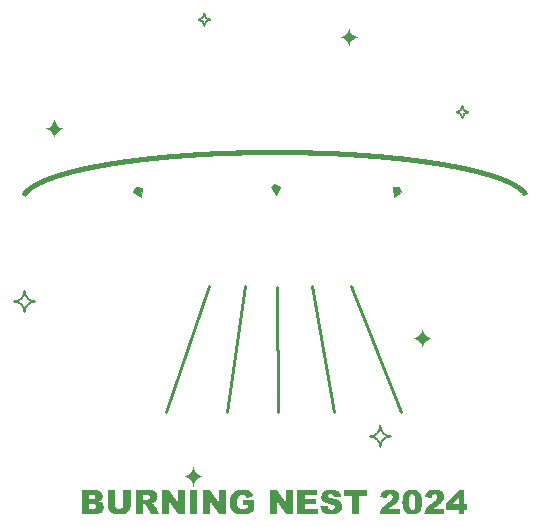
<source format=gto>
G04*
G04 #@! TF.GenerationSoftware,Altium Limited,Altium Designer,21.8.1 (53)*
G04*
G04 Layer_Color=65535*
%FSLAX25Y25*%
%MOIN*%
G70*
G04*
G04 #@! TF.SameCoordinates,B3778B6B-A6FE-4D46-9650-EFEB8E10A687*
G04*
G04*
G04 #@! TF.FilePolarity,Positive*
G04*
G01*
G75*
%ADD10C,0.00800*%
%ADD11C,0.00394*%
%ADD12C,0.01000*%
G36*
X178667Y182744D02*
X178801Y182071D01*
X179063Y181437D01*
X179444Y180866D01*
X179929Y180381D01*
X180500Y180000D01*
X181134Y179737D01*
X181807Y179604D01*
X182150Y179587D01*
X182150Y179587D01*
X181807Y179570D01*
X181134Y179436D01*
X180500Y179174D01*
X179929Y178792D01*
X179444Y178307D01*
X179063Y177737D01*
X178801Y177103D01*
X178667Y176430D01*
X178650Y176087D01*
X178650D01*
X178633Y176430D01*
X178499Y177103D01*
X178237Y177737D01*
X177855Y178307D01*
X177370Y178792D01*
X176800Y179174D01*
X176166Y179436D01*
X175493Y179570D01*
X175150Y179587D01*
X175150Y179587D01*
X175493Y179604D01*
X176166Y179737D01*
X176800Y180000D01*
X177370Y180381D01*
X177855Y180866D01*
X178237Y181437D01*
X178499Y182071D01*
X178633Y182744D01*
X178650Y183087D01*
X178650D01*
X178667Y182744D01*
D02*
G37*
G36*
X80500Y152500D02*
X80517Y152157D01*
X80651Y151484D01*
X80913Y150850D01*
X81294Y150280D01*
X81780Y149794D01*
X82350Y149413D01*
X82984Y149151D01*
X83657Y149017D01*
X84000Y149000D01*
X83657Y148983D01*
X82984Y148849D01*
X82350Y148587D01*
X81780Y148205D01*
X81294Y147720D01*
X80913Y147150D01*
X80651Y146516D01*
X80517Y145843D01*
X80500Y145500D01*
X80500Y145500D01*
X80483Y145843D01*
X80349Y146516D01*
X80087Y147150D01*
X79706Y147720D01*
X79220Y148205D01*
X78650Y148587D01*
X78016Y148849D01*
X77343Y148983D01*
X77000Y149000D01*
Y149000D01*
X77343Y149017D01*
X78016Y149151D01*
X78650Y149413D01*
X79220Y149794D01*
X79706Y150280D01*
X80087Y150850D01*
X80349Y151484D01*
X80483Y152157D01*
X80500Y152500D01*
X80500Y152500D01*
D02*
G37*
G36*
X156751Y141979D02*
X159230D01*
Y141944D01*
X162949D01*
Y141908D01*
X162985D01*
Y141944D01*
X163091D01*
Y141908D01*
X164154D01*
Y141873D01*
X165075D01*
Y141838D01*
X166704D01*
Y141802D01*
X167164D01*
Y141838D01*
X167200D01*
Y141802D01*
X167412D01*
Y141767D01*
X167483D01*
Y141802D01*
X167979D01*
Y141767D01*
X169325D01*
Y141731D01*
X169927D01*
Y141696D01*
X171025D01*
Y141660D01*
X172053D01*
Y141625D01*
X172584D01*
Y141590D01*
X173611D01*
Y141554D01*
X174107D01*
Y141519D01*
X174992D01*
Y141483D01*
X175063D01*
Y141519D01*
X175170D01*
Y141483D01*
X175240D01*
Y141519D01*
X175311D01*
Y141483D01*
X175772D01*
Y141448D01*
X176232D01*
Y141412D01*
X177118D01*
Y141377D01*
X177189D01*
Y141412D01*
X177224D01*
Y141377D01*
X177295D01*
Y141412D01*
X177366D01*
Y141377D01*
X177472D01*
Y141342D01*
X177507D01*
Y141377D01*
X177755D01*
Y141342D01*
X178535D01*
Y141306D01*
X178924D01*
Y141271D01*
X179597D01*
Y141235D01*
X180270D01*
Y141200D01*
X180624D01*
Y141165D01*
X181368D01*
Y141129D01*
X181687D01*
Y141094D01*
X182396D01*
Y141058D01*
X182466D01*
Y141094D01*
X182537D01*
Y141058D01*
X182927D01*
Y141023D01*
X183246D01*
Y140988D01*
X183919D01*
Y140952D01*
X183989D01*
Y140988D01*
X184096D01*
Y140952D01*
X184167D01*
Y140917D01*
X184237D01*
Y140952D01*
X184344D01*
Y140917D01*
X184981D01*
Y140881D01*
X185300D01*
Y140846D01*
X185796D01*
Y140810D01*
X186327D01*
Y140775D01*
X186611D01*
Y140740D01*
X187177D01*
Y140704D01*
X187461D01*
Y140669D01*
X188134D01*
Y140633D01*
X188452D01*
Y140598D01*
X188736D01*
Y140562D01*
X189267D01*
Y140527D01*
X189621D01*
Y140492D01*
X190153D01*
Y140456D01*
X190401D01*
Y140421D01*
X190826D01*
Y140385D01*
X191286D01*
Y140350D01*
X191499D01*
Y140314D01*
X191995D01*
Y140279D01*
X192207D01*
Y140244D01*
X192668D01*
Y140208D01*
X192738D01*
Y140244D01*
X192809D01*
Y140208D01*
X193057D01*
Y140173D01*
X193305D01*
Y140137D01*
X193766D01*
Y140102D01*
X193801D01*
Y140137D01*
X193872D01*
Y140102D01*
X193943D01*
Y140067D01*
X193978D01*
Y140102D01*
X194049D01*
Y140067D01*
X194545D01*
Y140031D01*
X194757D01*
Y139996D01*
X195112D01*
Y139960D01*
X195501D01*
Y139925D01*
X195714D01*
Y139889D01*
X196139D01*
Y139854D01*
X196351D01*
Y139819D01*
X196847D01*
Y139783D01*
X197060D01*
Y139748D01*
X197308D01*
Y139712D01*
X197697D01*
Y139677D01*
X197733D01*
Y139712D01*
X197768D01*
Y139677D01*
X197945D01*
Y139641D01*
X198370D01*
Y139606D01*
X198583D01*
Y139571D01*
X198902D01*
Y139535D01*
X199221D01*
Y139500D01*
X199433D01*
Y139464D01*
X199823D01*
Y139429D01*
X200000D01*
Y139393D01*
X200425D01*
Y139358D01*
X200602D01*
Y139323D01*
X200814D01*
Y139287D01*
X201239D01*
Y139252D01*
X201417D01*
Y139216D01*
X201806D01*
Y139181D01*
X201983D01*
Y139146D01*
X202267D01*
Y139110D01*
X202550D01*
Y139075D01*
X202727D01*
Y139039D01*
X203117D01*
Y139004D01*
X203258D01*
Y138969D01*
X203648D01*
Y138933D01*
X203825D01*
Y138898D01*
X204038D01*
Y138862D01*
X204392D01*
Y138827D01*
X204569D01*
Y138791D01*
X204888D01*
Y138756D01*
X205065D01*
Y138721D01*
X205277D01*
Y138685D01*
X205596D01*
Y138650D01*
X205773D01*
Y138614D01*
X206092D01*
Y138579D01*
X206234D01*
Y138543D01*
X206553D01*
Y138508D01*
X206765D01*
Y138473D01*
X206907D01*
Y138437D01*
X207296D01*
Y138402D01*
X207367D01*
Y138366D01*
X207757D01*
Y138331D01*
X207863D01*
Y138295D01*
X208076D01*
Y138260D01*
X208395D01*
Y138225D01*
X208501D01*
Y138189D01*
X208820D01*
Y138154D01*
X208961D01*
Y138118D01*
X209245D01*
Y138083D01*
X209457D01*
Y138048D01*
X209634D01*
Y138012D01*
X209918D01*
Y137977D01*
X210024D01*
Y137941D01*
X210307D01*
Y137906D01*
X210484D01*
Y137870D01*
X210697D01*
Y137835D01*
X210945D01*
Y137800D01*
X211051D01*
Y137764D01*
X211334D01*
Y137729D01*
X211476D01*
Y137693D01*
X211724D01*
Y137658D01*
X211901D01*
Y137622D01*
X212078D01*
Y137587D01*
X212326D01*
Y137552D01*
X212468D01*
Y137516D01*
X212751D01*
Y137481D01*
X212858D01*
Y137445D01*
X213070D01*
Y137410D01*
X213283D01*
Y137374D01*
X213424D01*
Y137339D01*
X213672D01*
Y137304D01*
X213814D01*
Y137268D01*
X214026D01*
Y137233D01*
X214204D01*
Y137197D01*
X214345D01*
Y137162D01*
X214593D01*
Y137127D01*
X214700D01*
Y137091D01*
X214983D01*
Y137056D01*
X215089D01*
Y137020D01*
X215266D01*
Y136985D01*
X215479D01*
Y136950D01*
X215585D01*
Y136914D01*
X215868D01*
Y136879D01*
X215939D01*
Y136843D01*
X216187D01*
Y136808D01*
X216329D01*
Y136772D01*
X216435D01*
Y136737D01*
X216719D01*
Y136702D01*
X216789D01*
Y136666D01*
X217037D01*
Y136631D01*
X217144D01*
Y136595D01*
X217321D01*
Y136560D01*
X217498D01*
Y136524D01*
X217604D01*
Y136489D01*
X217852D01*
Y136454D01*
X217958D01*
Y136418D01*
X218171D01*
Y136383D01*
X218313D01*
Y136347D01*
X218419D01*
Y136312D01*
X218631D01*
Y136276D01*
X218738D01*
Y136241D01*
X218986D01*
Y136206D01*
X219056D01*
Y136170D01*
X219233D01*
Y136135D01*
X219410D01*
Y136099D01*
X219517D01*
Y136064D01*
X219729D01*
Y136029D01*
X219836D01*
Y135993D01*
X220013D01*
Y135958D01*
X220154D01*
Y135922D01*
X220261D01*
Y135887D01*
X220473D01*
Y135851D01*
X220544D01*
Y135816D01*
X220757D01*
Y135781D01*
X220863D01*
Y135745D01*
X221005D01*
Y135710D01*
X221182D01*
Y135674D01*
X221252D01*
Y135639D01*
X221465D01*
Y135603D01*
X221571D01*
Y135568D01*
X221748D01*
Y135533D01*
X221855D01*
Y135497D01*
X221961D01*
Y135462D01*
X222173D01*
Y135426D01*
X222244D01*
Y135391D01*
X222457D01*
Y135355D01*
X222528D01*
Y135320D01*
X222669D01*
Y135285D01*
X222811D01*
Y135249D01*
X222917D01*
Y135214D01*
X223094D01*
Y135178D01*
X223201D01*
Y135143D01*
X223378D01*
Y135108D01*
X223484D01*
Y135072D01*
X223555D01*
Y135037D01*
X223767D01*
Y135001D01*
X223838D01*
Y134966D01*
X224015D01*
Y134931D01*
X224121D01*
Y134895D01*
X224228D01*
Y134860D01*
X224370D01*
Y134824D01*
X224440D01*
Y134789D01*
X224617D01*
Y134753D01*
X224724D01*
Y134718D01*
X224865D01*
Y134683D01*
X224972D01*
Y134647D01*
X225078D01*
Y134612D01*
X225220D01*
Y134576D01*
X225290D01*
Y134541D01*
X225467D01*
Y134505D01*
X225574D01*
Y134470D01*
X225680D01*
Y134435D01*
X225822D01*
Y134399D01*
X225893D01*
Y134364D01*
X226034D01*
Y134328D01*
X226140D01*
Y134293D01*
X226282D01*
Y134257D01*
X226389D01*
Y134222D01*
X226459D01*
Y134187D01*
X226637D01*
Y134151D01*
X226707D01*
Y134116D01*
X226849D01*
Y134080D01*
X226920D01*
Y134045D01*
X227026D01*
Y134010D01*
X227132D01*
Y133974D01*
X227239D01*
Y133939D01*
X227380D01*
Y133903D01*
X227451D01*
Y133868D01*
X227593D01*
Y133832D01*
X227699D01*
Y133797D01*
X227770D01*
Y133762D01*
X227912D01*
Y133726D01*
X227982D01*
Y133691D01*
X228124D01*
Y133655D01*
X228195D01*
Y133620D01*
X228301D01*
Y133584D01*
X228408D01*
Y133549D01*
X228478D01*
Y133514D01*
X228620D01*
Y133478D01*
X228691D01*
Y133443D01*
X228797D01*
Y133407D01*
X228903D01*
Y133372D01*
X228974D01*
Y133336D01*
X229116D01*
Y133301D01*
X229151D01*
Y133266D01*
X229293D01*
Y133230D01*
X229364D01*
Y133195D01*
X229470D01*
Y133159D01*
X229576D01*
Y133124D01*
X229647D01*
Y133089D01*
X229789D01*
Y133053D01*
X229824D01*
Y133018D01*
X229931D01*
Y132982D01*
X230037D01*
Y132947D01*
X230108D01*
Y132912D01*
X230214D01*
Y132876D01*
X230285D01*
Y132841D01*
X230427D01*
Y132805D01*
X230462D01*
Y132770D01*
X230533D01*
Y132734D01*
X230639D01*
Y132699D01*
X230710D01*
Y132664D01*
X230852D01*
Y132628D01*
X230887D01*
Y132593D01*
X230993D01*
Y132557D01*
X231064D01*
Y132522D01*
X231135D01*
Y132486D01*
X231241D01*
Y132451D01*
X231312D01*
Y132416D01*
X231418D01*
Y132380D01*
X231489D01*
Y132345D01*
X231560D01*
Y132309D01*
X231666D01*
Y132274D01*
X231702D01*
Y132238D01*
X231843D01*
Y132203D01*
X231879D01*
Y132168D01*
X231985D01*
Y132132D01*
X232056D01*
Y132097D01*
X232091D01*
Y132061D01*
X232233D01*
Y132026D01*
X232268D01*
Y131991D01*
X232375D01*
Y131955D01*
X232410D01*
Y131920D01*
X232481D01*
Y131884D01*
X232587D01*
Y131849D01*
X232623D01*
Y131813D01*
X232729D01*
Y131778D01*
X232800D01*
Y131743D01*
X232871D01*
Y131707D01*
X232941D01*
Y131672D01*
X233012D01*
Y131636D01*
X233083D01*
Y131601D01*
X233154D01*
Y131565D01*
X233225D01*
Y131530D01*
X233296D01*
Y131495D01*
X233366D01*
Y131459D01*
X233437D01*
Y131424D01*
X233473D01*
Y131388D01*
X233579D01*
Y131353D01*
X233650D01*
Y131317D01*
X233721D01*
Y131282D01*
X233756D01*
Y131247D01*
X233827D01*
Y131211D01*
X233933D01*
Y131176D01*
X233969D01*
Y131140D01*
X234039D01*
Y131105D01*
X234110D01*
Y131070D01*
X234181D01*
Y131034D01*
X234217D01*
Y130999D01*
X234287D01*
Y130963D01*
X234358D01*
Y130928D01*
X234394D01*
Y130893D01*
X234465D01*
Y130857D01*
X234535D01*
Y130822D01*
X234571D01*
Y130786D01*
X234677D01*
Y130751D01*
X234713D01*
Y130715D01*
X234783D01*
Y130680D01*
X234819D01*
Y130645D01*
X234890D01*
Y130609D01*
X234960D01*
Y130574D01*
X234996D01*
Y130538D01*
X235067D01*
Y130503D01*
X235102D01*
Y130467D01*
X235173D01*
Y130432D01*
X235244D01*
Y130397D01*
X235279D01*
Y130361D01*
X235350D01*
Y130326D01*
X235385D01*
Y130290D01*
X235456D01*
Y130255D01*
X235492D01*
Y130219D01*
X235563D01*
Y130184D01*
X235598D01*
Y130149D01*
X235633D01*
Y130113D01*
X235704D01*
Y130078D01*
X235740D01*
Y130042D01*
X235810D01*
Y130007D01*
X235846D01*
Y129972D01*
X235881D01*
Y129936D01*
X235952D01*
Y129901D01*
X235988D01*
Y129865D01*
X236058D01*
Y129830D01*
X236094D01*
Y129794D01*
X236129D01*
Y129759D01*
X236200D01*
Y129724D01*
X236236D01*
Y129688D01*
X236271D01*
Y129653D01*
X236306D01*
Y129617D01*
X236377D01*
Y129582D01*
X236413D01*
Y129546D01*
X236448D01*
Y129511D01*
X236484D01*
Y129476D01*
X236519D01*
Y129440D01*
X236590D01*
Y129405D01*
X236625D01*
Y129369D01*
X236661D01*
Y129334D01*
X236696D01*
Y129298D01*
X236732D01*
Y129263D01*
X236802D01*
Y129228D01*
X236838D01*
Y129192D01*
X236873D01*
Y129157D01*
X236909D01*
Y129121D01*
X236944D01*
Y129086D01*
X236979D01*
Y129051D01*
X237015D01*
Y129015D01*
X237050D01*
Y128980D01*
X237086D01*
Y128944D01*
X237121D01*
Y128909D01*
X237157D01*
Y128874D01*
X237192D01*
Y128838D01*
X237227D01*
Y128803D01*
X237263D01*
Y128767D01*
X237298D01*
Y128732D01*
X237334D01*
Y128696D01*
X237369D01*
Y128661D01*
X237404D01*
Y128626D01*
X237440D01*
Y128590D01*
X237475D01*
Y128555D01*
X237511D01*
Y128519D01*
X237546D01*
Y128484D01*
X237582D01*
Y128448D01*
X237617D01*
Y128413D01*
X237652D01*
Y128342D01*
X237688D01*
Y128307D01*
X237723D01*
Y128271D01*
X237759D01*
Y128236D01*
X237794D01*
Y128200D01*
X237829D01*
Y128130D01*
X237865D01*
Y128094D01*
X237900D01*
Y128059D01*
X237936D01*
Y127988D01*
X237971D01*
Y127953D01*
X238007D01*
Y127882D01*
X238042D01*
Y127846D01*
X238077D01*
Y127811D01*
X238113D01*
Y127740D01*
X238148D01*
Y127705D01*
X238184D01*
Y127634D01*
X238219D01*
Y127598D01*
X238255D01*
Y127527D01*
X238290D01*
Y127421D01*
X238219D01*
Y127386D01*
X238184D01*
Y127350D01*
X238113D01*
Y127315D01*
X238042D01*
Y127279D01*
X238007D01*
Y127244D01*
X237936D01*
Y127209D01*
X237900D01*
Y127173D01*
X237794D01*
Y127138D01*
X237759D01*
Y127102D01*
X237723D01*
Y127067D01*
X237617D01*
Y127032D01*
X237582D01*
Y126996D01*
X237511D01*
Y126961D01*
X237475D01*
Y126925D01*
X237404D01*
Y126890D01*
X237334D01*
Y126855D01*
X237298D01*
Y126819D01*
X237192D01*
Y126784D01*
X237157D01*
Y126748D01*
X237086D01*
Y126713D01*
X237050D01*
Y126677D01*
X236979D01*
Y126642D01*
X236909D01*
Y126607D01*
X236802D01*
Y126642D01*
X236767D01*
Y126713D01*
X236732D01*
Y126748D01*
X236696D01*
Y126819D01*
X236661D01*
Y126890D01*
X236625D01*
Y126925D01*
X236590D01*
Y126961D01*
X236554D01*
Y126996D01*
X236519D01*
Y127067D01*
X236484D01*
Y127102D01*
X236448D01*
Y127138D01*
X236413D01*
Y127173D01*
X236377D01*
Y127209D01*
X236342D01*
Y127279D01*
X236306D01*
Y127315D01*
X236271D01*
Y127350D01*
X236236D01*
Y127386D01*
X236200D01*
Y127421D01*
X236165D01*
Y127457D01*
X236129D01*
Y127492D01*
X236094D01*
Y127527D01*
X236058D01*
Y127563D01*
X236023D01*
Y127598D01*
X235988D01*
Y127634D01*
X235952D01*
Y127669D01*
X235917D01*
Y127705D01*
X235881D01*
Y127740D01*
X235846D01*
Y127775D01*
X235810D01*
Y127811D01*
X235775D01*
Y127846D01*
X235740D01*
Y127882D01*
X235704D01*
Y127917D01*
X235633D01*
Y127953D01*
X235598D01*
Y127988D01*
X235563D01*
Y128023D01*
X235527D01*
Y128059D01*
X235492D01*
Y128094D01*
X235421D01*
Y128130D01*
X235385D01*
Y128165D01*
X235350D01*
Y128200D01*
X235315D01*
Y128236D01*
X235279D01*
Y128271D01*
X235208D01*
Y128307D01*
X235173D01*
Y128342D01*
X235102D01*
Y128378D01*
X235067D01*
Y128413D01*
X235031D01*
Y128448D01*
X234960D01*
Y128484D01*
X234925D01*
Y128519D01*
X234890D01*
Y128555D01*
X234854D01*
Y128590D01*
X234783D01*
Y128626D01*
X234713D01*
Y128696D01*
X234642D01*
Y128732D01*
X234606D01*
Y128767D01*
X234535D01*
Y128803D01*
X234465D01*
Y128838D01*
X234429D01*
Y128874D01*
X234358D01*
Y128909D01*
X234323D01*
Y128944D01*
X234252D01*
Y128980D01*
X234217D01*
Y129015D01*
X234146D01*
Y129051D01*
X234110D01*
Y129086D01*
X234039D01*
Y129121D01*
X233969D01*
Y129157D01*
X233933D01*
Y129192D01*
X233862D01*
Y129228D01*
X233827D01*
Y129263D01*
X233756D01*
Y129298D01*
X233685D01*
Y129334D01*
X233650D01*
Y129369D01*
X233579D01*
Y129405D01*
X233508D01*
Y129440D01*
X233473D01*
Y129476D01*
X233402D01*
Y129511D01*
X233331D01*
Y129546D01*
X233260D01*
Y129582D01*
X233225D01*
Y129617D01*
X233119D01*
Y129653D01*
X233083D01*
Y129688D01*
X233012D01*
Y129724D01*
X232941D01*
Y129759D01*
X232906D01*
Y129794D01*
X232800D01*
Y129830D01*
X232764D01*
Y129865D01*
X232694D01*
Y129901D01*
X232623D01*
Y129936D01*
X232552D01*
Y129972D01*
X232446D01*
Y130007D01*
X232410D01*
Y130042D01*
X232339D01*
Y130078D01*
X232268D01*
Y130113D01*
X232198D01*
Y130149D01*
X232091D01*
Y130184D01*
X232056D01*
Y130219D01*
X231950D01*
Y130255D01*
X231914D01*
Y130290D01*
X231843D01*
Y130326D01*
X231772D01*
Y130361D01*
X231702D01*
Y130397D01*
X231595D01*
Y130432D01*
X231525D01*
Y130467D01*
X231454D01*
Y130503D01*
X231383D01*
Y130538D01*
X231312D01*
Y130574D01*
X231206D01*
Y130609D01*
X231170D01*
Y130645D01*
X231064D01*
Y130680D01*
X230993D01*
Y130715D01*
X230922D01*
Y130751D01*
X230816D01*
Y130786D01*
X230745D01*
Y130822D01*
X230639D01*
Y130857D01*
X230604D01*
Y130893D01*
X230462D01*
Y130928D01*
X230427D01*
Y130963D01*
X230356D01*
Y130999D01*
X230214D01*
Y131034D01*
X230179D01*
Y131070D01*
X230037D01*
Y131105D01*
X230001D01*
Y131140D01*
X229895D01*
Y131176D01*
X229789D01*
Y131211D01*
X229718D01*
Y131247D01*
X229612D01*
Y131282D01*
X229541D01*
Y131317D01*
X229435D01*
Y131353D01*
X229364D01*
Y131388D01*
X229293D01*
Y131424D01*
X229151D01*
Y131459D01*
X229116D01*
Y131495D01*
X228974D01*
Y131530D01*
X228903D01*
Y131565D01*
X228797D01*
Y131601D01*
X228691D01*
Y131636D01*
X228620D01*
Y131672D01*
X228478D01*
Y131707D01*
X228443D01*
Y131743D01*
X228301D01*
Y131778D01*
X228230D01*
Y131813D01*
X228124D01*
Y131849D01*
X227982D01*
Y131884D01*
X227947D01*
Y131920D01*
X227805D01*
Y131955D01*
X227734D01*
Y131991D01*
X227628D01*
Y132026D01*
X227522D01*
Y132061D01*
X227451D01*
Y132097D01*
X227274D01*
Y132132D01*
X227239D01*
Y132168D01*
X227062D01*
Y132203D01*
X226991D01*
Y132238D01*
X226884D01*
Y132274D01*
X226778D01*
Y132309D01*
X226707D01*
Y132345D01*
X226530D01*
Y132380D01*
X226459D01*
Y132416D01*
X226353D01*
Y132451D01*
X226247D01*
Y132486D01*
X226176D01*
Y132522D01*
X225999D01*
Y132557D01*
X225928D01*
Y132593D01*
X225786D01*
Y132628D01*
X225680D01*
Y132664D01*
X225574D01*
Y132699D01*
X225432D01*
Y132734D01*
X225361D01*
Y132770D01*
X225184D01*
Y132805D01*
X225113D01*
Y132841D01*
X224972D01*
Y132876D01*
X224865D01*
Y132912D01*
X224795D01*
Y132947D01*
X224617D01*
Y132982D01*
X224547D01*
Y133018D01*
X224370D01*
Y133053D01*
X224263D01*
Y133089D01*
X224157D01*
Y133124D01*
X224015D01*
Y133159D01*
X223909D01*
Y133195D01*
X223732D01*
Y133230D01*
X223661D01*
Y133266D01*
X223519D01*
Y133301D01*
X223378D01*
Y133336D01*
X223307D01*
Y133372D01*
X223094D01*
Y133407D01*
X223024D01*
Y133443D01*
X222846D01*
Y133478D01*
X222776D01*
Y133514D01*
X222634D01*
Y133549D01*
X222492D01*
Y133584D01*
X222386D01*
Y133620D01*
X222209D01*
Y133655D01*
X222102D01*
Y133691D01*
X221925D01*
Y133726D01*
X221819D01*
Y133762D01*
X221713D01*
Y133797D01*
X221500D01*
Y133832D01*
X221429D01*
Y133868D01*
X221217D01*
Y133903D01*
X221111D01*
Y133939D01*
X221005D01*
Y133974D01*
X220827D01*
Y134010D01*
X220721D01*
Y134045D01*
X220509D01*
Y134080D01*
X220438D01*
Y134116D01*
X220261D01*
Y134151D01*
X220119D01*
Y134187D01*
X220013D01*
Y134222D01*
X219800D01*
Y134257D01*
X219694D01*
Y134293D01*
X219517D01*
Y134328D01*
X219375D01*
Y134364D01*
X219269D01*
Y134399D01*
X219056D01*
Y134435D01*
X218950D01*
Y134470D01*
X218738D01*
Y134505D01*
X218631D01*
Y134541D01*
X218454D01*
Y134576D01*
X218313D01*
Y134612D01*
X218206D01*
Y134647D01*
X217958D01*
Y134683D01*
X217852D01*
Y134718D01*
X217639D01*
Y134753D01*
X217533D01*
Y134789D01*
X217391D01*
Y134824D01*
X217179D01*
Y134860D01*
X217073D01*
Y134895D01*
X216825D01*
Y134931D01*
X216719D01*
Y134966D01*
X216506D01*
Y135001D01*
X216364D01*
Y135037D01*
X216258D01*
Y135072D01*
X215975D01*
Y135108D01*
X215868D01*
Y135143D01*
X215656D01*
Y135178D01*
X215514D01*
Y135214D01*
X215372D01*
Y135249D01*
X215125D01*
Y135285D01*
X215018D01*
Y135320D01*
X214770D01*
Y135355D01*
X214629D01*
Y135391D01*
X214452D01*
Y135426D01*
X214239D01*
Y135462D01*
X214133D01*
Y135497D01*
X213849D01*
Y135533D01*
X213743D01*
Y135568D01*
X213495D01*
Y135603D01*
X213353D01*
Y135639D01*
X213176D01*
Y135674D01*
X212964D01*
Y135710D01*
X212822D01*
Y135745D01*
X212539D01*
Y135781D01*
X212433D01*
Y135816D01*
X212185D01*
Y135851D01*
X212007D01*
Y135887D01*
X211830D01*
Y135922D01*
X211582D01*
Y135958D01*
X211476D01*
Y135993D01*
X211157D01*
Y136029D01*
X211016D01*
Y136064D01*
X210874D01*
Y136099D01*
X210591D01*
Y136135D01*
X210449D01*
Y136170D01*
X210166D01*
Y136206D01*
X210024D01*
Y136241D01*
X209776D01*
Y136276D01*
X209563D01*
Y136312D01*
X209422D01*
Y136347D01*
X209103D01*
Y136383D01*
X208997D01*
Y136418D01*
X208678D01*
Y136454D01*
X208501D01*
Y136489D01*
X208324D01*
Y136524D01*
X208040D01*
Y136560D01*
X207863D01*
Y136595D01*
X207580D01*
Y136631D01*
X207403D01*
Y136666D01*
X207155D01*
Y136702D01*
X206907D01*
Y136737D01*
X206730D01*
Y136772D01*
X206446D01*
Y136808D01*
X206269D01*
Y136843D01*
X205915D01*
Y136879D01*
X205809D01*
Y136914D01*
X205596D01*
Y136950D01*
X205242D01*
Y136985D01*
X205100D01*
Y137020D01*
X204746D01*
Y137056D01*
X204605D01*
Y137091D01*
X204250D01*
Y137127D01*
X204038D01*
Y137162D01*
X203861D01*
Y137197D01*
X203471D01*
Y137233D01*
X203294D01*
Y137268D01*
X202940D01*
Y137304D01*
X202798D01*
Y137339D01*
X202515D01*
Y137374D01*
X202160D01*
Y137410D01*
X202019D01*
Y137445D01*
X201629D01*
Y137481D01*
X201452D01*
Y137516D01*
X201133D01*
Y137552D01*
X200885D01*
Y137587D01*
X200673D01*
Y137622D01*
X200283D01*
Y137658D01*
X200071D01*
Y137693D01*
X199681D01*
Y137729D01*
X199504D01*
Y137764D01*
X199221D01*
Y137800D01*
X198866D01*
Y137835D01*
X198618D01*
Y137870D01*
X198229D01*
Y137906D01*
X198052D01*
Y137941D01*
X197697D01*
Y137977D01*
X197343D01*
Y138012D01*
X197131D01*
Y138048D01*
X196706D01*
Y138083D01*
X196493D01*
Y138118D01*
X196033D01*
Y138154D01*
X195820D01*
Y138189D01*
X195572D01*
Y138225D01*
X195501D01*
Y138189D01*
X195466D01*
Y138225D01*
X195076D01*
Y138260D01*
X194864D01*
Y138295D01*
X194403D01*
Y138331D01*
X194191D01*
Y138366D01*
X193801D01*
Y138402D01*
X193411D01*
Y138437D01*
X193164D01*
Y138473D01*
X192703D01*
Y138508D01*
X192455D01*
Y138543D01*
X191888D01*
Y138579D01*
X191640D01*
Y138614D01*
X191286D01*
Y138650D01*
X190790D01*
Y138685D01*
X190507D01*
Y138721D01*
X190011D01*
Y138756D01*
X189763D01*
Y138791D01*
X189303D01*
Y138827D01*
X188877D01*
Y138862D01*
X188594D01*
Y138898D01*
X188063D01*
Y138933D01*
X187779D01*
Y138969D01*
X187709D01*
Y138933D01*
X187673D01*
Y138969D01*
X187107D01*
Y139004D01*
X186788D01*
Y139039D01*
X186433D01*
Y139075D01*
X186398D01*
Y139039D01*
X186327D01*
Y139075D01*
X185938D01*
Y139110D01*
X185902D01*
Y139075D01*
X185760D01*
Y139110D01*
X185512D01*
Y139146D01*
X184875D01*
Y139181D01*
X184592D01*
Y139216D01*
X184025D01*
Y139252D01*
X183458D01*
Y139287D01*
X183139D01*
Y139323D01*
X182466D01*
Y139358D01*
X182148D01*
Y139393D01*
X182041D01*
Y139358D01*
X181970D01*
Y139393D01*
X181262D01*
Y139429D01*
X180908D01*
Y139464D01*
X180518D01*
Y139500D01*
X180447D01*
Y139464D01*
X180341D01*
Y139500D01*
X179597D01*
Y139535D01*
X179243D01*
Y139571D01*
X178464D01*
Y139606D01*
X178074D01*
Y139641D01*
X177330D01*
Y139677D01*
X176586D01*
Y139712D01*
X176126D01*
Y139748D01*
X175276D01*
Y139783D01*
X174815D01*
Y139819D01*
X174532D01*
Y139783D01*
X174497D01*
Y139819D01*
X173540D01*
Y139854D01*
X173044D01*
Y139889D01*
X172513D01*
Y139925D01*
X172442D01*
Y139889D01*
X172230D01*
Y139925D01*
X172194D01*
Y139889D01*
X172088D01*
Y139925D01*
X171061D01*
Y139960D01*
X170458D01*
Y139996D01*
X169254D01*
Y140031D01*
X168652D01*
Y140067D01*
X167271D01*
Y140102D01*
X165854D01*
Y140137D01*
X165004D01*
Y140173D01*
X163091D01*
Y140208D01*
X161993D01*
Y140244D01*
X160859D01*
Y140208D01*
X160789D01*
Y140244D01*
X156751D01*
Y140279D01*
X151189D01*
Y140244D01*
X145983D01*
Y140208D01*
X144885D01*
Y140173D01*
X142936D01*
Y140137D01*
X142122D01*
Y140102D01*
X140669D01*
Y140067D01*
X139323D01*
Y140031D01*
X138721D01*
Y139996D01*
X137446D01*
Y139960D01*
X136915D01*
Y139925D01*
X135817D01*
Y139889D01*
X135533D01*
Y139925D01*
X135462D01*
Y139889D01*
X134896D01*
Y139854D01*
X134400D01*
Y139819D01*
X133160D01*
Y139783D01*
X132664D01*
Y139748D01*
X131814D01*
Y139712D01*
X131389D01*
Y139677D01*
X130610D01*
Y139641D01*
X129866D01*
Y139606D01*
X129476D01*
Y139571D01*
X128697D01*
Y139535D01*
X128343D01*
Y139500D01*
X127634D01*
Y139464D01*
X127528D01*
Y139500D01*
X127493D01*
Y139464D01*
X126997D01*
Y139429D01*
X126678D01*
Y139393D01*
X125793D01*
Y139358D01*
X125474D01*
Y139323D01*
X124801D01*
Y139287D01*
X124482D01*
Y139252D01*
X123951D01*
Y139216D01*
X123348D01*
Y139181D01*
X123065D01*
Y139146D01*
X122463D01*
Y139110D01*
X122179D01*
Y139075D01*
X121613D01*
Y139039D01*
X121117D01*
Y139004D01*
X120869D01*
Y138969D01*
X120302D01*
Y138933D01*
X120231D01*
Y138969D01*
X120160D01*
Y138933D01*
X120054D01*
Y138898D01*
X120019D01*
Y138933D01*
X119877D01*
Y138898D01*
X119346D01*
Y138862D01*
X119098D01*
Y138827D01*
X118637D01*
Y138791D01*
X118177D01*
Y138756D01*
X117894D01*
Y138721D01*
X117398D01*
Y138685D01*
X117150D01*
Y138650D01*
X116689D01*
Y138614D01*
X116654D01*
Y138650D01*
X116583D01*
Y138614D01*
X116300D01*
Y138579D01*
X116052D01*
Y138543D01*
X115450D01*
Y138508D01*
X115237D01*
Y138473D01*
X114777D01*
Y138437D01*
X114564D01*
Y138402D01*
X114174D01*
Y138366D01*
X113749D01*
Y138331D01*
X113537D01*
Y138295D01*
X113076D01*
Y138260D01*
X112864D01*
Y138225D01*
X112403D01*
Y138189D01*
X112120D01*
Y138154D01*
X111943D01*
Y138118D01*
X111482D01*
Y138083D01*
X111199D01*
Y138048D01*
X110809D01*
Y138012D01*
X110597D01*
Y137977D01*
X110243D01*
Y137941D01*
X109924D01*
Y137906D01*
X109711D01*
Y137870D01*
X109286D01*
Y137835D01*
X109109D01*
Y137800D01*
X108755D01*
Y137764D01*
X108720D01*
Y137800D01*
X108684D01*
Y137764D01*
X108472D01*
Y137729D01*
X108294D01*
Y137693D01*
X107834D01*
Y137658D01*
X107657D01*
Y137622D01*
X107267D01*
Y137587D01*
X107090D01*
Y137552D01*
X106771D01*
Y137516D01*
X106453D01*
Y137481D01*
X106275D01*
Y137445D01*
X105921D01*
Y137410D01*
X105709D01*
Y137374D01*
X105461D01*
Y137339D01*
X105390D01*
Y137374D01*
X105354D01*
Y137339D01*
X105177D01*
Y137304D01*
X104965D01*
Y137268D01*
X104575D01*
Y137233D01*
X104398D01*
Y137197D01*
X104115D01*
Y137162D01*
X103938D01*
Y137127D01*
X103654D01*
Y137091D01*
X103371D01*
Y137056D01*
X103194D01*
Y137020D01*
X102840D01*
Y136985D01*
X102663D01*
Y136950D01*
X102379D01*
Y136914D01*
X102167D01*
Y136879D01*
X101989D01*
Y136843D01*
X101706D01*
Y136808D01*
X101529D01*
Y136772D01*
X101210D01*
Y136737D01*
X101033D01*
Y136702D01*
X100821D01*
Y136666D01*
X100502D01*
Y136631D01*
X100396D01*
Y136595D01*
X100041D01*
Y136560D01*
X99935D01*
Y136524D01*
X99652D01*
Y136489D01*
X99439D01*
Y136454D01*
X99262D01*
Y136418D01*
X98979D01*
Y136383D01*
X98837D01*
Y136347D01*
X98518D01*
Y136312D01*
X98412D01*
Y136276D01*
X98199D01*
Y136241D01*
X97952D01*
Y136206D01*
X97774D01*
Y136170D01*
X97491D01*
Y136135D01*
X97385D01*
Y136099D01*
X97101D01*
Y136064D01*
X96924D01*
Y136029D01*
X96783D01*
Y135993D01*
X96499D01*
Y135958D01*
X96358D01*
Y135922D01*
X96074D01*
Y135887D01*
X95968D01*
Y135851D01*
X95755D01*
Y135816D01*
X95543D01*
Y135781D01*
X95401D01*
Y135745D01*
X95118D01*
Y135710D01*
X95012D01*
Y135674D01*
X94728D01*
Y135639D01*
X94586D01*
Y135603D01*
X94445D01*
Y135568D01*
X94197D01*
Y135533D01*
X94055D01*
Y135497D01*
X93843D01*
Y135462D01*
X93665D01*
Y135426D01*
X93524D01*
Y135391D01*
X93276D01*
Y135355D01*
X93170D01*
Y135320D01*
X92922D01*
Y135285D01*
X92780D01*
Y135249D01*
X92567D01*
Y135214D01*
X92390D01*
Y135178D01*
X92284D01*
Y135143D01*
X92072D01*
Y135108D01*
X91930D01*
Y135072D01*
X91717D01*
Y135037D01*
X91611D01*
Y135001D01*
X91399D01*
Y134966D01*
X91221D01*
Y134931D01*
X91115D01*
Y134895D01*
X90867D01*
Y134860D01*
X90761D01*
Y134824D01*
X90584D01*
Y134789D01*
X90407D01*
Y134753D01*
X90301D01*
Y134718D01*
X90088D01*
Y134683D01*
X89946D01*
Y134647D01*
X89734D01*
Y134612D01*
X89627D01*
Y134576D01*
X89486D01*
Y134541D01*
X89273D01*
Y134505D01*
X89202D01*
Y134470D01*
X88955D01*
Y134435D01*
X88884D01*
Y134399D01*
X88671D01*
Y134364D01*
X88565D01*
Y134328D01*
X88459D01*
Y134293D01*
X88211D01*
Y134257D01*
X88140D01*
Y134222D01*
X87927D01*
Y134187D01*
X87821D01*
Y134151D01*
X87679D01*
Y134116D01*
X87502D01*
Y134080D01*
X87396D01*
Y134045D01*
X87219D01*
Y134010D01*
X87113D01*
Y133974D01*
X86936D01*
Y133939D01*
X86794D01*
Y133903D01*
X86688D01*
Y133868D01*
X86510D01*
Y133832D01*
X86440D01*
Y133797D01*
X86227D01*
Y133762D01*
X86121D01*
Y133726D01*
X85979D01*
Y133691D01*
X85838D01*
Y133655D01*
X85767D01*
Y133620D01*
X85554D01*
Y133584D01*
X85483D01*
Y133549D01*
X85306D01*
Y133514D01*
X85200D01*
Y133478D01*
X85094D01*
Y133443D01*
X84917D01*
Y133407D01*
X84846D01*
Y133372D01*
X84633D01*
Y133336D01*
X84562D01*
Y133301D01*
X84421D01*
Y133266D01*
X84279D01*
Y133230D01*
X84208D01*
Y133195D01*
X84031D01*
Y133159D01*
X83960D01*
Y133124D01*
X83783D01*
Y133089D01*
X83677D01*
Y133053D01*
X83570D01*
Y133018D01*
X83393D01*
Y132982D01*
X83358D01*
Y132947D01*
X83181D01*
Y132912D01*
X83110D01*
Y132876D01*
X82968D01*
Y132841D01*
X82827D01*
Y132805D01*
X82756D01*
Y132770D01*
X82579D01*
Y132734D01*
X82508D01*
Y132699D01*
X82366D01*
Y132664D01*
X82260D01*
Y132628D01*
X82189D01*
Y132593D01*
X82047D01*
Y132557D01*
X81941D01*
Y132522D01*
X81800D01*
Y132486D01*
X81729D01*
Y132451D01*
X81587D01*
Y132416D01*
X81481D01*
Y132380D01*
X81410D01*
Y132345D01*
X81268D01*
Y132309D01*
X81197D01*
Y132274D01*
X81056D01*
Y132238D01*
X80949D01*
Y132203D01*
X80879D01*
Y132168D01*
X80737D01*
Y132132D01*
X80666D01*
Y132097D01*
X80524D01*
Y132061D01*
X80453D01*
Y132026D01*
X80312D01*
Y131991D01*
X80206D01*
Y131955D01*
X80170D01*
Y131920D01*
X79993D01*
Y131884D01*
X79922D01*
Y131849D01*
X79816D01*
Y131813D01*
X79745D01*
Y131778D01*
X79639D01*
Y131743D01*
X79532D01*
Y131707D01*
X79462D01*
Y131672D01*
X79320D01*
Y131636D01*
X79249D01*
Y131601D01*
X79143D01*
Y131565D01*
X79037D01*
Y131530D01*
X78966D01*
Y131495D01*
X78860D01*
Y131459D01*
X78789D01*
Y131424D01*
X78682D01*
Y131388D01*
X78611D01*
Y131353D01*
X78541D01*
Y131317D01*
X78399D01*
Y131282D01*
X78364D01*
Y131247D01*
X78222D01*
Y131211D01*
X78151D01*
Y131176D01*
X78080D01*
Y131140D01*
X77974D01*
Y131105D01*
X77903D01*
Y131070D01*
X77762D01*
Y131034D01*
X77726D01*
Y130999D01*
X77620D01*
Y130963D01*
X77549D01*
Y130928D01*
X77478D01*
Y130893D01*
X77372D01*
Y130857D01*
X77301D01*
Y130822D01*
X77195D01*
Y130786D01*
X77124D01*
Y130751D01*
X77053D01*
Y130715D01*
X76947D01*
Y130680D01*
X76911D01*
Y130645D01*
X76770D01*
Y130609D01*
X76734D01*
Y130574D01*
X76663D01*
Y130538D01*
X76593D01*
Y130503D01*
X76486D01*
Y130467D01*
X76415D01*
Y130432D01*
X76345D01*
Y130397D01*
X76238D01*
Y130361D01*
X76203D01*
Y130326D01*
X76132D01*
Y130290D01*
X76026D01*
Y130255D01*
X75990D01*
Y130219D01*
X75884D01*
Y130184D01*
X75813D01*
Y130149D01*
X75742D01*
Y130113D01*
X75672D01*
Y130078D01*
X75601D01*
Y130042D01*
X75530D01*
Y130007D01*
X75459D01*
Y129972D01*
X75388D01*
Y129936D01*
X75353D01*
Y129901D01*
X75282D01*
Y129865D01*
X75176D01*
Y129830D01*
X75140D01*
Y129794D01*
X75034D01*
Y129759D01*
X74999D01*
Y129724D01*
X74928D01*
Y129688D01*
X74857D01*
Y129653D01*
X74786D01*
Y129617D01*
X74715D01*
Y129582D01*
X74680D01*
Y129546D01*
X74609D01*
Y129511D01*
X74538D01*
Y129476D01*
X74467D01*
Y129440D01*
X74432D01*
Y129405D01*
X74361D01*
Y129369D01*
X74290D01*
Y129334D01*
X74255D01*
Y129298D01*
X74184D01*
Y129263D01*
X74113D01*
Y129228D01*
X74078D01*
Y129192D01*
X74007D01*
Y129157D01*
X73971D01*
Y129121D01*
X73901D01*
Y129086D01*
X73830D01*
Y129051D01*
X73794D01*
Y129015D01*
X73723D01*
Y128980D01*
X73688D01*
Y128944D01*
X73617D01*
Y128909D01*
X73582D01*
Y128874D01*
X73511D01*
Y128838D01*
X73440D01*
Y128803D01*
X73405D01*
Y128767D01*
X73369D01*
Y128732D01*
X73334D01*
Y128696D01*
X73228D01*
Y128661D01*
X73192D01*
Y128626D01*
X73157D01*
Y128590D01*
X73086D01*
Y128555D01*
X73050D01*
Y128519D01*
X73015D01*
Y128484D01*
X72980D01*
Y128448D01*
X72909D01*
Y128413D01*
X72873D01*
Y128378D01*
X72838D01*
Y128342D01*
X72767D01*
Y128307D01*
X72732D01*
Y128271D01*
X72661D01*
Y128236D01*
X72625D01*
Y128200D01*
X72590D01*
Y128165D01*
X72554D01*
Y128130D01*
X72519D01*
Y128094D01*
X72448D01*
Y128059D01*
X72413D01*
Y128023D01*
X72377D01*
Y127988D01*
X72342D01*
Y127953D01*
X72307D01*
Y127917D01*
X72271D01*
Y127882D01*
X72236D01*
Y127846D01*
X72165D01*
Y127811D01*
X72129D01*
Y127775D01*
X72094D01*
Y127740D01*
X72059D01*
Y127705D01*
X72023D01*
Y127669D01*
X71988D01*
Y127634D01*
X71952D01*
Y127598D01*
X71917D01*
Y127563D01*
X71882D01*
Y127527D01*
X71846D01*
Y127492D01*
X71811D01*
Y127457D01*
X71775D01*
Y127421D01*
X71740D01*
Y127386D01*
X71704D01*
Y127315D01*
X71669D01*
Y127279D01*
X71634D01*
Y127244D01*
X71598D01*
Y127209D01*
X71563D01*
Y127173D01*
X71527D01*
Y127138D01*
X71492D01*
Y127102D01*
X71456D01*
Y127032D01*
X71421D01*
Y126996D01*
X71386D01*
Y126925D01*
X71350D01*
Y126890D01*
X71315D01*
Y126855D01*
X71279D01*
Y126819D01*
X71244D01*
Y126784D01*
X71209D01*
Y126677D01*
X71173D01*
Y126642D01*
X71138D01*
Y126571D01*
X71102D01*
Y126536D01*
X71067D01*
Y126465D01*
X71031D01*
Y126394D01*
X70996D01*
Y126359D01*
X70961D01*
Y126323D01*
X70925D01*
Y126288D01*
X70890D01*
Y126323D01*
X70819D01*
Y126359D01*
X70748D01*
Y126394D01*
X70642D01*
Y126429D01*
X70606D01*
Y126465D01*
X70535D01*
Y126500D01*
X70429D01*
Y126536D01*
X70394D01*
Y126571D01*
X70288D01*
Y126607D01*
X70252D01*
Y126642D01*
X70146D01*
Y126677D01*
X70075D01*
Y126713D01*
X70004D01*
Y126748D01*
X69898D01*
Y126784D01*
X69863D01*
Y126819D01*
X69756D01*
Y126855D01*
X69685D01*
Y126890D01*
X69615D01*
Y126925D01*
X69544D01*
Y126961D01*
X69473D01*
Y126996D01*
X69402D01*
Y127102D01*
X69437D01*
Y127138D01*
X69473D01*
Y127244D01*
X69508D01*
Y127279D01*
X69544D01*
Y127350D01*
X69579D01*
Y127421D01*
X69615D01*
Y127492D01*
X69650D01*
Y127527D01*
X69685D01*
Y127598D01*
X69721D01*
Y127669D01*
X69792D01*
Y127775D01*
X69827D01*
Y127811D01*
X69863D01*
Y127846D01*
X69898D01*
Y127917D01*
X69933D01*
Y127953D01*
X69969D01*
Y127988D01*
X70004D01*
Y128023D01*
X70040D01*
Y128094D01*
X70075D01*
Y128130D01*
X70110D01*
Y128200D01*
X70146D01*
Y128236D01*
X70181D01*
Y128271D01*
X70217D01*
Y128307D01*
X70252D01*
Y128342D01*
X70288D01*
Y128413D01*
X70323D01*
Y128448D01*
X70358D01*
Y128484D01*
X70394D01*
Y128519D01*
X70429D01*
Y128555D01*
X70465D01*
Y128590D01*
X70500D01*
Y128626D01*
X70535D01*
Y128661D01*
X70571D01*
Y128696D01*
X70606D01*
Y128732D01*
X70642D01*
Y128767D01*
X70677D01*
Y128803D01*
X70713D01*
Y128838D01*
X70748D01*
Y128874D01*
X70784D01*
Y128909D01*
X70819D01*
Y128944D01*
X70854D01*
Y128980D01*
X70890D01*
Y129015D01*
X70925D01*
Y129051D01*
X70961D01*
Y129086D01*
X70996D01*
Y129121D01*
X71067D01*
Y129192D01*
X71138D01*
Y129228D01*
X71173D01*
Y129263D01*
X71209D01*
Y129298D01*
X71244D01*
Y129334D01*
X71279D01*
Y129369D01*
X71315D01*
Y129405D01*
X71350D01*
Y129440D01*
X71421D01*
Y129476D01*
X71456D01*
Y129511D01*
X71492D01*
Y129546D01*
X71527D01*
Y129582D01*
X71598D01*
Y129617D01*
X71634D01*
Y129653D01*
X71669D01*
Y129688D01*
X71740D01*
Y129724D01*
X71775D01*
Y129759D01*
X71811D01*
Y129794D01*
X71846D01*
Y129830D01*
X71917D01*
Y129865D01*
X71952D01*
Y129901D01*
X71988D01*
Y129936D01*
X72059D01*
Y129972D01*
X72094D01*
Y130007D01*
X72129D01*
Y130042D01*
X72200D01*
Y130078D01*
X72236D01*
Y130113D01*
X72307D01*
Y130149D01*
X72342D01*
Y130184D01*
X72413D01*
Y130219D01*
X72484D01*
Y130255D01*
X72519D01*
Y130290D01*
X72590D01*
Y130326D01*
X72625D01*
Y130361D01*
X72661D01*
Y130397D01*
X72732D01*
Y130432D01*
X72767D01*
Y130467D01*
X72838D01*
Y130503D01*
X72873D01*
Y130538D01*
X72944D01*
Y130574D01*
X73015D01*
Y130609D01*
X73086D01*
Y130645D01*
X73121D01*
Y130680D01*
X73157D01*
Y130715D01*
X73263D01*
Y130751D01*
X73298D01*
Y130786D01*
X73369D01*
Y130822D01*
X73405D01*
Y130857D01*
X73475D01*
Y130893D01*
X73546D01*
Y130928D01*
X73582D01*
Y130963D01*
X73688D01*
Y130999D01*
X73723D01*
Y131034D01*
X73794D01*
Y131070D01*
X73865D01*
Y131105D01*
X73901D01*
Y131140D01*
X73971D01*
Y131176D01*
X74042D01*
Y131211D01*
X74113D01*
Y131247D01*
X74148D01*
Y131282D01*
X74219D01*
Y131317D01*
X74326D01*
Y131353D01*
X74361D01*
Y131388D01*
X74467D01*
Y131424D01*
X74503D01*
Y131459D01*
X74574D01*
Y131495D01*
X74644D01*
Y131530D01*
X74715D01*
Y131565D01*
X74786D01*
Y131601D01*
X74857D01*
Y131636D01*
X74928D01*
Y131672D01*
X74999D01*
Y131707D01*
X75069D01*
Y131743D01*
X75140D01*
Y131778D01*
X75176D01*
Y131813D01*
X75317D01*
Y131849D01*
X75353D01*
Y131884D01*
X75459D01*
Y131920D01*
X75530D01*
Y131955D01*
X75565D01*
Y131991D01*
X75672D01*
Y132026D01*
X75742D01*
Y132061D01*
X75813D01*
Y132097D01*
X75884D01*
Y132132D01*
X75990D01*
Y132168D01*
X76061D01*
Y132203D01*
X76132D01*
Y132238D01*
X76238D01*
Y132274D01*
X76274D01*
Y132309D01*
X76380D01*
Y132345D01*
X76451D01*
Y132380D01*
X76522D01*
Y132416D01*
X76628D01*
Y132451D01*
X76699D01*
Y132486D01*
X76805D01*
Y132522D01*
X76876D01*
Y132557D01*
X76947D01*
Y132593D01*
X77053D01*
Y132628D01*
X77088D01*
Y132664D01*
X77230D01*
Y132699D01*
X77266D01*
Y132734D01*
X77372D01*
Y132770D01*
X77478D01*
Y132805D01*
X77549D01*
Y132841D01*
X77655D01*
Y132876D01*
X77726D01*
Y132912D01*
X77832D01*
Y132947D01*
X77903D01*
Y132982D01*
X78009D01*
Y133018D01*
X78116D01*
Y133053D01*
X78187D01*
Y133089D01*
X78293D01*
Y133124D01*
X78364D01*
Y133159D01*
X78470D01*
Y133195D01*
X78576D01*
Y133230D01*
X78647D01*
Y133266D01*
X78789D01*
Y133301D01*
X78860D01*
Y133336D01*
X78966D01*
Y133372D01*
X79037D01*
Y133407D01*
X79143D01*
Y133443D01*
X79249D01*
Y133478D01*
X79320D01*
Y133514D01*
X79462D01*
Y133549D01*
X79532D01*
Y133584D01*
X79639D01*
Y133620D01*
X79780D01*
Y133655D01*
X79851D01*
Y133691D01*
X79958D01*
Y133726D01*
X80028D01*
Y133762D01*
X80170D01*
Y133797D01*
X80276D01*
Y133832D01*
X80347D01*
Y133868D01*
X80489D01*
Y133903D01*
X80560D01*
Y133939D01*
X80737D01*
Y133974D01*
X80808D01*
Y134010D01*
X80914D01*
Y134045D01*
X81020D01*
Y134080D01*
X81091D01*
Y134116D01*
X81268D01*
Y134151D01*
X81339D01*
Y134187D01*
X81481D01*
Y134222D01*
X81551D01*
Y134257D01*
X81693D01*
Y134293D01*
X81800D01*
Y134328D01*
X81906D01*
Y134364D01*
X82047D01*
Y134399D01*
X82154D01*
Y134435D01*
X82260D01*
Y134470D01*
X82366D01*
Y134505D01*
X82472D01*
Y134541D01*
X82650D01*
Y134576D01*
X82720D01*
Y134612D01*
X82898D01*
Y134647D01*
X82968D01*
Y134683D01*
X83075D01*
Y134718D01*
X83252D01*
Y134753D01*
X83323D01*
Y134789D01*
X83500D01*
Y134824D01*
X83570D01*
Y134860D01*
X83712D01*
Y134895D01*
X83854D01*
Y134931D01*
X83960D01*
Y134966D01*
X84137D01*
Y135001D01*
X84208D01*
Y135037D01*
X84350D01*
Y135072D01*
X84491D01*
Y135108D01*
X84598D01*
Y135143D01*
X84775D01*
Y135178D01*
X84846D01*
Y135214D01*
X85023D01*
Y135249D01*
X85129D01*
Y135285D01*
X85271D01*
Y135320D01*
X85412D01*
Y135355D01*
X85483D01*
Y135391D01*
X85696D01*
Y135426D01*
X85802D01*
Y135462D01*
X85979D01*
Y135497D01*
X86085D01*
Y135533D01*
X86192D01*
Y135568D01*
X86369D01*
Y135603D01*
X86475D01*
Y135639D01*
X86688D01*
Y135674D01*
X86758D01*
Y135710D01*
X86936D01*
Y135745D01*
X87077D01*
Y135781D01*
X87183D01*
Y135816D01*
X87396D01*
Y135851D01*
X87502D01*
Y135887D01*
X87679D01*
Y135922D01*
X87821D01*
Y135958D01*
X87927D01*
Y135993D01*
X88104D01*
Y136029D01*
X88211D01*
Y136064D01*
X88423D01*
Y136099D01*
X88529D01*
Y136135D01*
X88707D01*
Y136170D01*
X88884D01*
Y136206D01*
X88990D01*
Y136241D01*
X89202D01*
Y136276D01*
X89309D01*
Y136312D01*
X89521D01*
Y136347D01*
X89627D01*
Y136383D01*
X89769D01*
Y136418D01*
X89982D01*
Y136454D01*
X90088D01*
Y136489D01*
X90336D01*
Y136524D01*
X90442D01*
Y136560D01*
X90619D01*
Y136595D01*
X90796D01*
Y136631D01*
X90903D01*
Y136666D01*
X91151D01*
Y136702D01*
X91257D01*
Y136737D01*
X91469D01*
Y136772D01*
X91646D01*
Y136808D01*
X91753D01*
Y136843D01*
X92001D01*
Y136879D01*
X92107D01*
Y136914D01*
X92355D01*
Y136950D01*
X92461D01*
Y136985D01*
X92674D01*
Y137020D01*
X92851D01*
Y137056D01*
X92993D01*
Y137091D01*
X93240D01*
Y137127D01*
X93382D01*
Y137162D01*
X93595D01*
Y137197D01*
X93772D01*
Y137233D01*
X93878D01*
Y137268D01*
X94161D01*
Y137304D01*
X94232D01*
Y137339D01*
X94551D01*
Y137374D01*
X94657D01*
Y137410D01*
X94870D01*
Y137445D01*
X95082D01*
Y137481D01*
X95189D01*
Y137516D01*
X95507D01*
Y137552D01*
X95578D01*
Y137587D01*
X95862D01*
Y137622D01*
X96039D01*
Y137658D01*
X96180D01*
Y137693D01*
X96464D01*
Y137729D01*
X96605D01*
Y137764D01*
X96889D01*
Y137800D01*
X96995D01*
Y137835D01*
X97278D01*
Y137870D01*
X97491D01*
Y137906D01*
X97597D01*
Y137941D01*
X97916D01*
Y137977D01*
X98058D01*
Y138012D01*
X98341D01*
Y138048D01*
X98518D01*
Y138083D01*
X98695D01*
Y138118D01*
X98979D01*
Y138154D01*
X99085D01*
Y138189D01*
X99439D01*
Y138225D01*
X99545D01*
Y138260D01*
X99829D01*
Y138295D01*
X100041D01*
Y138331D01*
X100218D01*
Y138366D01*
X100502D01*
Y138402D01*
X100679D01*
Y138437D01*
X100962D01*
Y138473D01*
X101175D01*
Y138508D01*
X101352D01*
Y138543D01*
X101706D01*
Y138579D01*
X101848D01*
Y138614D01*
X102202D01*
Y138650D01*
X102344D01*
Y138685D01*
X102627D01*
Y138721D01*
X102875D01*
Y138756D01*
X103052D01*
Y138791D01*
X103406D01*
Y138827D01*
X103583D01*
Y138862D01*
X103938D01*
Y138898D01*
X104115D01*
Y138933D01*
X104327D01*
Y138969D01*
X104646D01*
Y139004D01*
X104859D01*
Y139039D01*
X105213D01*
Y139075D01*
X105354D01*
Y139110D01*
X105673D01*
Y139146D01*
X105992D01*
Y139181D01*
X106169D01*
Y139216D01*
X106523D01*
Y139252D01*
X106736D01*
Y139287D01*
X107090D01*
Y139323D01*
X107303D01*
Y139358D01*
X107551D01*
Y139393D01*
X107940D01*
Y139429D01*
X108117D01*
Y139464D01*
X108542D01*
Y139500D01*
X108720D01*
Y139535D01*
X109074D01*
Y139571D01*
X109392D01*
Y139606D01*
X109570D01*
Y139641D01*
X109995D01*
Y139677D01*
X110207D01*
Y139712D01*
X110668D01*
Y139748D01*
X110880D01*
Y139783D01*
X111128D01*
Y139819D01*
X111589D01*
Y139854D01*
X111801D01*
Y139889D01*
X112226D01*
Y139925D01*
X112474D01*
Y139960D01*
X112828D01*
Y139996D01*
X113218D01*
Y140031D01*
X113431D01*
Y140067D01*
X113856D01*
Y140102D01*
X114103D01*
Y140137D01*
X114139D01*
Y140102D01*
X114210D01*
Y140137D01*
X114670D01*
Y140173D01*
X114883D01*
Y140208D01*
X115131D01*
Y140244D01*
X115733D01*
Y140279D01*
X115945D01*
Y140314D01*
X116441D01*
Y140350D01*
X116689D01*
Y140385D01*
X117114D01*
Y140421D01*
X117539D01*
Y140456D01*
X117823D01*
Y140492D01*
X118354D01*
Y140527D01*
X118708D01*
Y140562D01*
X119240D01*
Y140598D01*
X119523D01*
Y140633D01*
X119806D01*
Y140669D01*
X120479D01*
Y140704D01*
X120763D01*
Y140740D01*
X121329D01*
Y140775D01*
X121613D01*
Y140810D01*
X122144D01*
Y140846D01*
X122675D01*
Y140881D01*
X122959D01*
Y140917D01*
X123596D01*
Y140952D01*
X123880D01*
Y140988D01*
X123986D01*
Y140952D01*
X124057D01*
Y140988D01*
X124694D01*
Y141023D01*
X125049D01*
Y141058D01*
X125438D01*
Y141094D01*
X125509D01*
Y141058D01*
X125580D01*
Y141094D01*
X126253D01*
Y141129D01*
X126572D01*
Y141165D01*
X127280D01*
Y141200D01*
X127634D01*
Y141235D01*
X128343D01*
Y141271D01*
X129016D01*
Y141306D01*
X129405D01*
Y141342D01*
X130185D01*
Y141377D01*
X130397D01*
Y141342D01*
X130433D01*
Y141377D01*
X130610D01*
Y141412D01*
X130681D01*
Y141377D01*
X130751D01*
Y141412D01*
X130787D01*
Y141377D01*
X130858D01*
Y141412D01*
X131708D01*
Y141448D01*
X132168D01*
Y141483D01*
X132664D01*
Y141519D01*
X132735D01*
Y141483D01*
X132771D01*
Y141519D01*
X133869D01*
Y141554D01*
X134364D01*
Y141590D01*
X135356D01*
Y141625D01*
X135852D01*
Y141660D01*
X136950D01*
Y141696D01*
X138013D01*
Y141731D01*
X138650D01*
Y141767D01*
X139961D01*
Y141802D01*
X140492D01*
Y141767D01*
X140563D01*
Y141802D01*
X140634D01*
Y141838D01*
X140740D01*
Y141802D01*
X141094D01*
Y141838D01*
X141130D01*
Y141802D01*
X141236D01*
Y141838D01*
X142901D01*
Y141873D01*
X143822D01*
Y141908D01*
X144885D01*
Y141944D01*
X144991D01*
Y141908D01*
X145026D01*
Y141944D01*
X145735D01*
Y141908D01*
X145841D01*
Y141944D01*
X148745D01*
Y141979D01*
X151154D01*
Y142015D01*
X156751D01*
Y141979D01*
D02*
G37*
G36*
X155602Y129767D02*
X154262Y127039D01*
X152530Y129591D01*
X154045Y130754D01*
X155602Y129767D01*
D02*
G37*
G36*
X196025Y128098D02*
X193500Y126406D01*
X193276Y129482D01*
X195169Y129732D01*
X196025Y128098D01*
D02*
G37*
G36*
X109577Y129380D02*
X109303Y126353D01*
X106772Y128115D01*
X107769Y129743D01*
X109577Y129380D01*
D02*
G37*
G36*
X203205Y82720D02*
X203222Y82377D01*
X203356Y81704D01*
X203619Y81071D01*
X204000Y80500D01*
X204485Y80015D01*
X205056Y79634D01*
X205690Y79371D01*
X206363Y79237D01*
X206705Y79220D01*
X206363Y79203D01*
X205690Y79070D01*
X205056Y78807D01*
X204485Y78426D01*
X204000Y77941D01*
X203619Y77370D01*
X203356Y76736D01*
X203222Y76063D01*
X203205Y75720D01*
X203205Y75720D01*
X203189Y76063D01*
X203055Y76736D01*
X202792Y77370D01*
X202411Y77941D01*
X201926Y78426D01*
X201355Y78807D01*
X200722Y79070D01*
X200049Y79203D01*
X199706Y79220D01*
Y79220D01*
X200049Y79237D01*
X200722Y79371D01*
X201355Y79634D01*
X201926Y80015D01*
X202411Y80500D01*
X202792Y81071D01*
X203055Y81704D01*
X203189Y82377D01*
X203205Y82720D01*
X203205Y82720D01*
D02*
G37*
G36*
X126796Y36362D02*
X126930Y35689D01*
X127193Y35056D01*
X127574Y34485D01*
X128059Y34000D01*
X128630Y33619D01*
X129264Y33356D01*
X129937Y33222D01*
X130280Y33206D01*
X130280Y33206D01*
X129937Y33189D01*
X129264Y33055D01*
X128630Y32792D01*
X128059Y32411D01*
X127574Y31926D01*
X127193Y31355D01*
X126930Y30722D01*
X126796Y30049D01*
X126780Y29706D01*
X126780D01*
X126763Y30049D01*
X126629Y30722D01*
X126366Y31355D01*
X125985Y31926D01*
X125500Y32411D01*
X124929Y32792D01*
X124296Y33055D01*
X123623Y33189D01*
X123280Y33206D01*
X123280Y33206D01*
X123623Y33222D01*
X124296Y33356D01*
X124929Y33619D01*
X125500Y34000D01*
X125985Y34485D01*
X126366Y35056D01*
X126629Y35689D01*
X126763Y36362D01*
X126780Y36705D01*
X126780D01*
X126796Y36362D01*
D02*
G37*
G36*
X173012Y28756D02*
X173140Y28746D01*
X173288Y28736D01*
X173445Y28716D01*
X173622Y28697D01*
X173996Y28628D01*
X174193Y28579D01*
X174390Y28529D01*
X174577Y28461D01*
X174764Y28382D01*
X174931Y28293D01*
X175088Y28195D01*
X175098Y28185D01*
X175128Y28165D01*
X175167Y28136D01*
X175216Y28087D01*
X175285Y28028D01*
X175354Y27949D01*
X175433Y27860D01*
X175511Y27752D01*
X175600Y27634D01*
X175679Y27496D01*
X175757Y27349D01*
X175836Y27191D01*
X175905Y27004D01*
X175964Y26807D01*
X176013Y26601D01*
X176053Y26375D01*
X173721Y26247D01*
Y26256D01*
Y26266D01*
X173711Y26296D01*
X173701Y26335D01*
X173671Y26434D01*
X173632Y26552D01*
X173583Y26680D01*
X173514Y26807D01*
X173425Y26926D01*
X173327Y27034D01*
X173317Y27044D01*
X173278Y27073D01*
X173209Y27112D01*
X173110Y27162D01*
X173002Y27201D01*
X172855Y27240D01*
X172697Y27270D01*
X172510Y27280D01*
X172441D01*
X172363Y27270D01*
X172264Y27260D01*
X172166Y27231D01*
X172058Y27201D01*
X171949Y27152D01*
X171861Y27093D01*
X171851Y27083D01*
X171831Y27063D01*
X171792Y27024D01*
X171753Y26965D01*
X171713Y26906D01*
X171674Y26827D01*
X171654Y26739D01*
X171644Y26650D01*
Y26640D01*
Y26621D01*
X171654Y26581D01*
X171664Y26532D01*
X171684Y26483D01*
X171723Y26424D01*
X171762Y26365D01*
X171821Y26306D01*
X171831Y26296D01*
X171861Y26276D01*
X171910Y26247D01*
X171989Y26207D01*
X172097Y26168D01*
X172245Y26119D01*
X172333Y26089D01*
X172422Y26060D01*
X172530Y26040D01*
X172648Y26010D01*
X172668D01*
X172717Y25991D01*
X172805Y25981D01*
X172914Y25951D01*
X173042Y25922D01*
X173199Y25883D01*
X173366Y25843D01*
X173543Y25794D01*
X173927Y25686D01*
X174311Y25568D01*
X174498Y25499D01*
X174675Y25440D01*
X174832Y25371D01*
X174970Y25302D01*
X174980D01*
X175000Y25282D01*
X175039Y25263D01*
X175088Y25243D01*
X175147Y25203D01*
X175216Y25164D01*
X175364Y25056D01*
X175531Y24928D01*
X175698Y24780D01*
X175856Y24603D01*
X175994Y24416D01*
Y24407D01*
X176003Y24397D01*
X176023Y24367D01*
X176043Y24328D01*
X176072Y24269D01*
X176092Y24210D01*
X176161Y24072D01*
X176220Y23895D01*
X176269Y23698D01*
X176309Y23472D01*
X176318Y23235D01*
Y23226D01*
Y23206D01*
Y23157D01*
X176309Y23108D01*
Y23039D01*
X176299Y22960D01*
X176279Y22871D01*
X176269Y22773D01*
X176210Y22557D01*
X176131Y22311D01*
X176033Y22065D01*
X175964Y21947D01*
X175885Y21819D01*
Y21809D01*
X175866Y21789D01*
X175846Y21759D01*
X175807Y21710D01*
X175708Y21592D01*
X175580Y21454D01*
X175413Y21297D01*
X175206Y21130D01*
X174970Y20972D01*
X174695Y20835D01*
X174685D01*
X174655Y20825D01*
X174616Y20805D01*
X174557Y20785D01*
X174488Y20756D01*
X174390Y20726D01*
X174291Y20697D01*
X174173Y20667D01*
X174035Y20638D01*
X173898Y20608D01*
X173740Y20579D01*
X173563Y20549D01*
X173386Y20529D01*
X173189Y20510D01*
X172992Y20500D01*
X172687D01*
X172579Y20510D01*
X172441D01*
X172284Y20520D01*
X172087Y20539D01*
X171880Y20569D01*
X171664Y20598D01*
X171428Y20638D01*
X171192Y20687D01*
X170956Y20756D01*
X170729Y20825D01*
X170503Y20913D01*
X170296Y21022D01*
X170109Y21140D01*
X169952Y21277D01*
X169942Y21287D01*
X169922Y21317D01*
X169883Y21356D01*
X169824Y21415D01*
X169765Y21494D01*
X169696Y21592D01*
X169627Y21700D01*
X169548Y21828D01*
X169470Y21966D01*
X169391Y22114D01*
X169312Y22281D01*
X169243Y22458D01*
X169184Y22645D01*
X169135Y22852D01*
X169096Y23058D01*
X169066Y23285D01*
X171418Y23432D01*
Y23423D01*
Y23403D01*
X171428Y23373D01*
X171438Y23334D01*
X171457Y23235D01*
X171487Y23108D01*
X171526Y22960D01*
X171575Y22822D01*
X171644Y22675D01*
X171723Y22557D01*
Y22547D01*
X171743Y22537D01*
X171792Y22478D01*
X171880Y22409D01*
X172008Y22320D01*
X172156Y22232D01*
X172343Y22153D01*
X172569Y22094D01*
X172687Y22084D01*
X172815Y22074D01*
X172904D01*
X172992Y22084D01*
X173110Y22104D01*
X173238Y22133D01*
X173376Y22183D01*
X173504Y22242D01*
X173622Y22320D01*
X173632Y22330D01*
X173671Y22360D01*
X173721Y22419D01*
X173770Y22488D01*
X173829Y22566D01*
X173868Y22665D01*
X173907Y22773D01*
X173917Y22891D01*
Y22901D01*
Y22940D01*
X173907Y22999D01*
X173888Y23078D01*
X173848Y23167D01*
X173799Y23265D01*
X173730Y23354D01*
X173642Y23452D01*
X173632Y23462D01*
X173583Y23491D01*
X173543Y23521D01*
X173504Y23541D01*
X173445Y23570D01*
X173376Y23600D01*
X173297Y23639D01*
X173209Y23668D01*
X173110Y23708D01*
X172992Y23747D01*
X172855Y23796D01*
X172717Y23836D01*
X172550Y23875D01*
X172372Y23914D01*
X172353D01*
X172304Y23934D01*
X172215Y23954D01*
X172107Y23983D01*
X171979Y24013D01*
X171821Y24062D01*
X171654Y24111D01*
X171477Y24170D01*
X171093Y24308D01*
X170710Y24475D01*
X170523Y24564D01*
X170355Y24662D01*
X170188Y24771D01*
X170050Y24879D01*
X170040Y24889D01*
X170021Y24908D01*
X169991Y24938D01*
X169942Y24987D01*
X169893Y25046D01*
X169834Y25125D01*
X169775Y25203D01*
X169706Y25302D01*
X169647Y25410D01*
X169578Y25528D01*
X169519Y25656D01*
X169470Y25784D01*
X169421Y25932D01*
X169391Y26089D01*
X169371Y26256D01*
X169361Y26424D01*
Y26434D01*
Y26453D01*
Y26483D01*
X169371Y26532D01*
Y26581D01*
X169381Y26650D01*
X169411Y26798D01*
X169450Y26985D01*
X169509Y27171D01*
X169598Y27378D01*
X169716Y27585D01*
Y27595D01*
X169735Y27614D01*
X169755Y27634D01*
X169785Y27673D01*
X169863Y27772D01*
X169981Y27900D01*
X170129Y28037D01*
X170316Y28185D01*
X170532Y28323D01*
X170788Y28451D01*
X170798D01*
X170818Y28461D01*
X170867Y28480D01*
X170916Y28500D01*
X170995Y28520D01*
X171083Y28549D01*
X171182Y28579D01*
X171300Y28608D01*
X171438Y28638D01*
X171585Y28667D01*
X171743Y28697D01*
X171920Y28716D01*
X172107Y28736D01*
X172313Y28756D01*
X172530Y28766D01*
X172904D01*
X173012Y28756D01*
D02*
G37*
G36*
X143433D02*
X143561D01*
X143699Y28746D01*
X143856Y28736D01*
X144171Y28707D01*
X144506Y28657D01*
X144663Y28638D01*
X144811Y28598D01*
X144958Y28559D01*
X145086Y28520D01*
X145096D01*
X145116Y28510D01*
X145155Y28490D01*
X145194Y28470D01*
X145253Y28451D01*
X145322Y28421D01*
X145470Y28343D01*
X145647Y28234D01*
X145824Y28106D01*
X146011Y27949D01*
X146178Y27772D01*
X146188Y27762D01*
X146198Y27752D01*
X146218Y27723D01*
X146247Y27683D01*
X146287Y27634D01*
X146326Y27575D01*
X146424Y27427D01*
X146533Y27240D01*
X146641Y27024D01*
X146749Y26778D01*
X146838Y26502D01*
X144456Y26079D01*
Y26089D01*
X144447Y26099D01*
X144427Y26158D01*
X144387Y26237D01*
X144338Y26335D01*
X144269Y26443D01*
X144181Y26561D01*
X144082Y26670D01*
X143955Y26768D01*
X143935Y26778D01*
X143895Y26807D01*
X143817Y26847D01*
X143709Y26896D01*
X143581Y26935D01*
X143423Y26975D01*
X143256Y27004D01*
X143059Y27014D01*
X142980D01*
X142921Y27004D01*
X142852Y26994D01*
X142774Y26985D01*
X142587Y26945D01*
X142380Y26876D01*
X142272Y26827D01*
X142164Y26778D01*
X142055Y26709D01*
X141957Y26630D01*
X141859Y26542D01*
X141760Y26443D01*
X141750Y26434D01*
X141741Y26414D01*
X141721Y26384D01*
X141691Y26335D01*
X141652Y26276D01*
X141613Y26197D01*
X141573Y26109D01*
X141524Y26010D01*
X141485Y25892D01*
X141436Y25764D01*
X141396Y25617D01*
X141367Y25459D01*
X141327Y25282D01*
X141308Y25085D01*
X141298Y24879D01*
X141288Y24662D01*
Y24653D01*
Y24603D01*
Y24534D01*
X141298Y24456D01*
X141308Y24347D01*
X141317Y24219D01*
X141327Y24092D01*
X141347Y23944D01*
X141406Y23639D01*
X141495Y23334D01*
X141544Y23186D01*
X141613Y23049D01*
X141682Y22921D01*
X141770Y22803D01*
X141780Y22793D01*
X141790Y22783D01*
X141819Y22753D01*
X141859Y22714D01*
X141908Y22675D01*
X141967Y22625D01*
X142036Y22576D01*
X142124Y22527D01*
X142213Y22478D01*
X142311Y22429D01*
X142429Y22379D01*
X142547Y22340D01*
X142823Y22271D01*
X142971Y22261D01*
X143128Y22252D01*
X143197D01*
X143276Y22261D01*
X143384Y22271D01*
X143502Y22281D01*
X143640Y22301D01*
X143777Y22330D01*
X143915Y22370D01*
X143935Y22379D01*
X143984Y22389D01*
X144063Y22419D01*
X144161Y22468D01*
X144289Y22517D01*
X144437Y22586D01*
X144604Y22675D01*
X144781Y22773D01*
Y23531D01*
X143128D01*
Y25194D01*
X146946D01*
Y21779D01*
X146936Y21769D01*
X146897Y21750D01*
X146838Y21710D01*
X146759Y21661D01*
X146661Y21602D01*
X146552Y21533D01*
X146424Y21454D01*
X146287Y21376D01*
X146139Y21287D01*
X145982Y21199D01*
X145657Y21041D01*
X145322Y20884D01*
X145155Y20825D01*
X144998Y20766D01*
X144988D01*
X144958Y20756D01*
X144909Y20746D01*
X144850Y20726D01*
X144771Y20707D01*
X144673Y20677D01*
X144565Y20657D01*
X144437Y20638D01*
X144299Y20608D01*
X144141Y20589D01*
X143984Y20559D01*
X143807Y20539D01*
X143620Y20529D01*
X143423Y20510D01*
X143010Y20500D01*
X142872D01*
X142774Y20510D01*
X142656Y20520D01*
X142508Y20529D01*
X142351Y20539D01*
X142183Y20559D01*
X142006Y20589D01*
X141819Y20618D01*
X141426Y20707D01*
X141239Y20756D01*
X141042Y20825D01*
X140865Y20894D01*
X140688Y20982D01*
X140678Y20992D01*
X140648Y21002D01*
X140599Y21031D01*
X140540Y21071D01*
X140461Y21120D01*
X140383Y21189D01*
X140284Y21258D01*
X140176Y21346D01*
X140068Y21435D01*
X139960Y21543D01*
X139841Y21661D01*
X139723Y21789D01*
X139615Y21937D01*
X139497Y22084D01*
X139399Y22242D01*
X139300Y22419D01*
X139290Y22429D01*
X139281Y22458D01*
X139251Y22517D01*
X139222Y22586D01*
X139182Y22684D01*
X139143Y22793D01*
X139103Y22921D01*
X139054Y23058D01*
X139005Y23216D01*
X138966Y23383D01*
X138926Y23570D01*
X138887Y23757D01*
X138857Y23964D01*
X138828Y24180D01*
X138818Y24407D01*
X138808Y24633D01*
Y24653D01*
Y24692D01*
Y24761D01*
X138818Y24849D01*
X138828Y24967D01*
X138838Y25095D01*
X138857Y25243D01*
X138877Y25400D01*
X138907Y25577D01*
X138936Y25755D01*
X139035Y26138D01*
X139094Y26325D01*
X139163Y26522D01*
X139251Y26709D01*
X139340Y26896D01*
X139349Y26906D01*
X139369Y26935D01*
X139399Y26994D01*
X139438Y27053D01*
X139497Y27142D01*
X139566Y27231D01*
X139645Y27339D01*
X139743Y27447D01*
X139851Y27565D01*
X139969Y27683D01*
X140097Y27811D01*
X140235Y27929D01*
X140392Y28047D01*
X140560Y28165D01*
X140737Y28274D01*
X140924Y28372D01*
X140934D01*
X140963Y28392D01*
X141012Y28411D01*
X141071Y28431D01*
X141160Y28461D01*
X141258Y28500D01*
X141367Y28529D01*
X141504Y28569D01*
X141652Y28608D01*
X141819Y28638D01*
X141996Y28677D01*
X142193Y28707D01*
X142400Y28726D01*
X142626Y28746D01*
X142862Y28766D01*
X143325D01*
X143433Y28756D01*
D02*
G37*
G36*
X159787Y20638D02*
X157455D01*
X154473Y25017D01*
Y20638D01*
X152151D01*
Y28628D01*
X154454D01*
X157455Y24210D01*
Y28628D01*
X159787D01*
Y20638D01*
D02*
G37*
G36*
X137470D02*
X135138D01*
X132156Y25017D01*
Y20638D01*
X129834D01*
Y28628D01*
X132137D01*
X135138Y24210D01*
Y28628D01*
X137470D01*
Y20638D01*
D02*
G37*
G36*
X123822D02*
X121490D01*
X118508Y25017D01*
Y20638D01*
X116186D01*
Y28628D01*
X118489D01*
X121490Y24210D01*
Y28628D01*
X123822D01*
Y20638D01*
D02*
G37*
G36*
X105844Y23865D02*
Y23855D01*
Y23836D01*
Y23796D01*
Y23747D01*
X105834Y23678D01*
Y23609D01*
X105815Y23432D01*
X105785Y23226D01*
X105746Y22999D01*
X105697Y22763D01*
X105618Y22527D01*
Y22517D01*
X105608Y22498D01*
X105598Y22468D01*
X105579Y22419D01*
X105549Y22370D01*
X105529Y22301D01*
X105451Y22153D01*
X105352Y21986D01*
X105234Y21799D01*
X105096Y21612D01*
X104929Y21425D01*
X104919Y21415D01*
X104909Y21405D01*
X104850Y21346D01*
X104752Y21268D01*
X104624Y21169D01*
X104476Y21061D01*
X104309Y20953D01*
X104132Y20844D01*
X103935Y20766D01*
X103925D01*
X103906Y20756D01*
X103866Y20746D01*
X103807Y20726D01*
X103738Y20707D01*
X103660Y20677D01*
X103561Y20657D01*
X103453Y20638D01*
X103335Y20608D01*
X103197Y20589D01*
X103059Y20559D01*
X102902Y20539D01*
X102577Y20510D01*
X102213Y20500D01*
X101987D01*
X101830Y20510D01*
X101643Y20520D01*
X101426Y20529D01*
X101190Y20549D01*
X100934Y20579D01*
X100905D01*
X100865Y20589D01*
X100816Y20598D01*
X100757Y20608D01*
X100688Y20618D01*
X100531Y20648D01*
X100354Y20687D01*
X100157Y20746D01*
X99970Y20815D01*
X99783Y20894D01*
X99773D01*
X99763Y20903D01*
X99704Y20943D01*
X99616Y20992D01*
X99507Y21071D01*
X99370Y21169D01*
X99232Y21287D01*
X99084Y21425D01*
X98937Y21582D01*
Y21592D01*
X98917Y21602D01*
X98878Y21661D01*
X98809Y21750D01*
X98730Y21868D01*
X98641Y22005D01*
X98553Y22163D01*
X98474Y22330D01*
X98415Y22507D01*
Y22517D01*
X98405Y22547D01*
X98395Y22586D01*
X98376Y22635D01*
X98366Y22704D01*
X98346Y22783D01*
X98307Y22970D01*
X98258Y23177D01*
X98228Y23403D01*
X98199Y23639D01*
X98189Y23865D01*
Y28628D01*
X100659D01*
Y23757D01*
Y23747D01*
Y23728D01*
Y23698D01*
X100668Y23649D01*
Y23590D01*
X100678Y23531D01*
X100708Y23383D01*
X100747Y23216D01*
X100806Y23049D01*
X100895Y22881D01*
X101013Y22734D01*
X101032Y22714D01*
X101082Y22675D01*
X101160Y22616D01*
X101278Y22557D01*
X101416Y22488D01*
X101593Y22429D01*
X101790Y22389D01*
X102016Y22370D01*
X102076D01*
X102125Y22379D01*
X102243Y22389D01*
X102381Y22419D01*
X102538Y22458D01*
X102705Y22517D01*
X102873Y22606D01*
X103020Y22724D01*
X103040Y22743D01*
X103079Y22793D01*
X103138Y22871D01*
X103207Y22989D01*
X103266Y23137D01*
X103325Y23314D01*
X103365Y23521D01*
X103384Y23757D01*
Y28628D01*
X105844D01*
Y23865D01*
D02*
G37*
G36*
X217066Y23855D02*
X218069D01*
Y22133D01*
X217066D01*
Y20638D01*
X215127D01*
Y22133D01*
X211083D01*
Y23954D01*
X215127Y28766D01*
X217066D01*
Y23855D01*
D02*
G37*
G36*
X207383Y28756D02*
X207491D01*
X207619Y28746D01*
X207757Y28736D01*
X208043Y28697D01*
X208348Y28648D01*
X208643Y28579D01*
X208781Y28539D01*
X208908Y28490D01*
X208918D01*
X208938Y28480D01*
X208967Y28461D01*
X209017Y28441D01*
X209076Y28411D01*
X209135Y28382D01*
X209282Y28293D01*
X209450Y28175D01*
X209627Y28037D01*
X209794Y27870D01*
X209942Y27673D01*
Y27663D01*
X209961Y27644D01*
X209981Y27614D01*
X210001Y27575D01*
X210030Y27526D01*
X210060Y27467D01*
X210129Y27309D01*
X210197Y27132D01*
X210257Y26916D01*
X210296Y26689D01*
X210315Y26434D01*
Y26424D01*
Y26404D01*
Y26365D01*
X210306Y26306D01*
Y26247D01*
X210296Y26168D01*
X210276Y26079D01*
X210266Y25991D01*
X210207Y25774D01*
X210129Y25538D01*
X210030Y25292D01*
X209961Y25164D01*
X209883Y25036D01*
Y25026D01*
X209863Y25007D01*
X209833Y24967D01*
X209794Y24918D01*
X209745Y24859D01*
X209686Y24780D01*
X209617Y24702D01*
X209528Y24603D01*
X209430Y24495D01*
X209312Y24387D01*
X209184Y24269D01*
X209046Y24141D01*
X208889Y24003D01*
X208721Y23865D01*
X208535Y23728D01*
X208328Y23580D01*
X208318Y23570D01*
X208298Y23560D01*
X208269Y23541D01*
X208220Y23501D01*
X208102Y23423D01*
X207964Y23324D01*
X207806Y23216D01*
X207659Y23108D01*
X207531Y23009D01*
X207472Y22970D01*
X207423Y22930D01*
X207413Y22921D01*
X207383Y22901D01*
X207334Y22852D01*
X207275Y22803D01*
X207196Y22734D01*
X207108Y22645D01*
X206999Y22557D01*
X206891Y22448D01*
X210375D01*
Y20638D01*
X203703D01*
Y20648D01*
X203713Y20687D01*
Y20736D01*
X203733Y20805D01*
X203742Y20894D01*
X203772Y20992D01*
X203792Y21110D01*
X203831Y21238D01*
X203870Y21376D01*
X203920Y21523D01*
X204038Y21838D01*
X204116Y21996D01*
X204195Y22163D01*
X204293Y22320D01*
X204392Y22488D01*
X204402Y22498D01*
X204421Y22527D01*
X204461Y22576D01*
X204510Y22645D01*
X204579Y22724D01*
X204658Y22822D01*
X204766Y22940D01*
X204884Y23068D01*
X205022Y23216D01*
X205179Y23373D01*
X205356Y23541D01*
X205563Y23718D01*
X205779Y23914D01*
X206025Y24111D01*
X206291Y24328D01*
X206576Y24544D01*
X206586Y24554D01*
X206616Y24574D01*
X206665Y24613D01*
X206734Y24662D01*
X206813Y24721D01*
X206901Y24790D01*
X207098Y24948D01*
X207314Y25125D01*
X207511Y25312D01*
X207610Y25400D01*
X207698Y25479D01*
X207767Y25568D01*
X207826Y25637D01*
X207836Y25656D01*
X207865Y25705D01*
X207915Y25774D01*
X207964Y25873D01*
X208013Y25981D01*
X208062Y26099D01*
X208092Y26227D01*
X208102Y26355D01*
Y26375D01*
Y26414D01*
X208092Y26483D01*
X208072Y26571D01*
X208033Y26670D01*
X207983Y26768D01*
X207915Y26876D01*
X207826Y26975D01*
X207816Y26985D01*
X207777Y27014D01*
X207718Y27063D01*
X207639Y27112D01*
X207541Y27152D01*
X207432Y27201D01*
X207295Y27231D01*
X207147Y27240D01*
X207078D01*
X206999Y27231D01*
X206901Y27211D01*
X206793Y27171D01*
X206675Y27122D01*
X206557Y27053D01*
X206448Y26965D01*
X206439Y26955D01*
X206409Y26916D01*
X206360Y26847D01*
X206301Y26748D01*
X206242Y26621D01*
X206183Y26463D01*
X206134Y26266D01*
X206094Y26030D01*
X203870Y26207D01*
Y26217D01*
X203880Y26247D01*
Y26296D01*
X203900Y26365D01*
X203910Y26443D01*
X203929Y26532D01*
X203949Y26630D01*
X203979Y26739D01*
X204038Y26975D01*
X204126Y27221D01*
X204225Y27447D01*
X204343Y27663D01*
Y27673D01*
X204362Y27683D01*
X204382Y27713D01*
X204412Y27752D01*
X204490Y27850D01*
X204598Y27969D01*
X204736Y28097D01*
X204904Y28234D01*
X205100Y28362D01*
X205327Y28480D01*
X205336D01*
X205356Y28490D01*
X205396Y28510D01*
X205445Y28529D01*
X205514Y28549D01*
X205592Y28569D01*
X205681Y28598D01*
X205789Y28628D01*
X205907Y28648D01*
X206035Y28677D01*
X206183Y28697D01*
X206340Y28726D01*
X206507Y28736D01*
X206694Y28756D01*
X206881Y28766D01*
X207285D01*
X207383Y28756D01*
D02*
G37*
G36*
X192485D02*
X192594D01*
X192722Y28746D01*
X192859Y28736D01*
X193145Y28697D01*
X193450Y28648D01*
X193745Y28579D01*
X193883Y28539D01*
X194011Y28490D01*
X194020D01*
X194040Y28480D01*
X194070Y28461D01*
X194119Y28441D01*
X194178Y28411D01*
X194237Y28382D01*
X194385Y28293D01*
X194552Y28175D01*
X194729Y28037D01*
X194896Y27870D01*
X195044Y27673D01*
Y27663D01*
X195063Y27644D01*
X195083Y27614D01*
X195103Y27575D01*
X195132Y27526D01*
X195162Y27467D01*
X195231Y27309D01*
X195300Y27132D01*
X195359Y26916D01*
X195398Y26689D01*
X195418Y26434D01*
Y26424D01*
Y26404D01*
Y26365D01*
X195408Y26306D01*
Y26247D01*
X195398Y26168D01*
X195378Y26079D01*
X195369Y25991D01*
X195309Y25774D01*
X195231Y25538D01*
X195132Y25292D01*
X195063Y25164D01*
X194985Y25036D01*
Y25026D01*
X194965Y25007D01*
X194936Y24967D01*
X194896Y24918D01*
X194847Y24859D01*
X194788Y24780D01*
X194719Y24702D01*
X194631Y24603D01*
X194532Y24495D01*
X194414Y24387D01*
X194286Y24269D01*
X194148Y24141D01*
X193991Y24003D01*
X193824Y23865D01*
X193637Y23728D01*
X193430Y23580D01*
X193420Y23570D01*
X193401Y23560D01*
X193371Y23541D01*
X193322Y23501D01*
X193204Y23423D01*
X193066Y23324D01*
X192909Y23216D01*
X192761Y23108D01*
X192633Y23009D01*
X192574Y22970D01*
X192525Y22930D01*
X192515Y22921D01*
X192485Y22901D01*
X192436Y22852D01*
X192377Y22803D01*
X192298Y22734D01*
X192210Y22645D01*
X192102Y22557D01*
X191993Y22448D01*
X195477D01*
Y20638D01*
X188805D01*
Y20648D01*
X188815Y20687D01*
Y20736D01*
X188835Y20805D01*
X188845Y20894D01*
X188874Y20992D01*
X188894Y21110D01*
X188933Y21238D01*
X188973Y21376D01*
X189022Y21523D01*
X189140Y21838D01*
X189219Y21996D01*
X189297Y22163D01*
X189396Y22320D01*
X189494Y22488D01*
X189504Y22498D01*
X189524Y22527D01*
X189563Y22576D01*
X189612Y22645D01*
X189681Y22724D01*
X189760Y22822D01*
X189868Y22940D01*
X189986Y23068D01*
X190124Y23216D01*
X190281Y23373D01*
X190458Y23541D01*
X190665Y23718D01*
X190882Y23914D01*
X191128Y24111D01*
X191393Y24328D01*
X191679Y24544D01*
X191688Y24554D01*
X191718Y24574D01*
X191767Y24613D01*
X191836Y24662D01*
X191915Y24721D01*
X192003Y24790D01*
X192200Y24948D01*
X192417Y25125D01*
X192613Y25312D01*
X192712Y25400D01*
X192800Y25479D01*
X192869Y25568D01*
X192928Y25637D01*
X192938Y25656D01*
X192968Y25705D01*
X193017Y25774D01*
X193066Y25873D01*
X193115Y25981D01*
X193164Y26099D01*
X193194Y26227D01*
X193204Y26355D01*
Y26375D01*
Y26414D01*
X193194Y26483D01*
X193174Y26571D01*
X193135Y26670D01*
X193086Y26768D01*
X193017Y26876D01*
X192928Y26975D01*
X192918Y26985D01*
X192879Y27014D01*
X192820Y27063D01*
X192741Y27112D01*
X192643Y27152D01*
X192535Y27201D01*
X192397Y27231D01*
X192249Y27240D01*
X192180D01*
X192102Y27231D01*
X192003Y27211D01*
X191895Y27171D01*
X191777Y27122D01*
X191659Y27053D01*
X191551Y26965D01*
X191541Y26955D01*
X191511Y26916D01*
X191462Y26847D01*
X191403Y26748D01*
X191344Y26621D01*
X191285Y26463D01*
X191236Y26266D01*
X191196Y26030D01*
X188973Y26207D01*
Y26217D01*
X188982Y26247D01*
Y26296D01*
X189002Y26365D01*
X189012Y26443D01*
X189032Y26532D01*
X189051Y26630D01*
X189081Y26739D01*
X189140Y26975D01*
X189228Y27221D01*
X189327Y27447D01*
X189445Y27663D01*
Y27673D01*
X189465Y27683D01*
X189484Y27713D01*
X189514Y27752D01*
X189593Y27850D01*
X189701Y27969D01*
X189839Y28097D01*
X190006Y28234D01*
X190203Y28362D01*
X190429Y28480D01*
X190439D01*
X190458Y28490D01*
X190498Y28510D01*
X190547Y28529D01*
X190616Y28549D01*
X190695Y28569D01*
X190783Y28598D01*
X190891Y28628D01*
X191009Y28648D01*
X191137Y28677D01*
X191285Y28697D01*
X191442Y28726D01*
X191610Y28736D01*
X191797Y28756D01*
X191984Y28766D01*
X192387D01*
X192485Y28756D01*
D02*
G37*
G36*
X184495Y26650D02*
X181976D01*
Y20638D01*
X179507D01*
Y26650D01*
X176987D01*
Y28628D01*
X184495D01*
Y26650D01*
D02*
G37*
G36*
X168053Y26926D02*
X163910D01*
Y25656D01*
X167748D01*
Y24023D01*
X163910D01*
Y22448D01*
X168171D01*
Y20638D01*
X161430D01*
Y28628D01*
X168053D01*
Y26926D01*
D02*
G37*
G36*
X128043Y20638D02*
X125564D01*
Y28628D01*
X128043D01*
Y20638D01*
D02*
G37*
G36*
X111906Y28618D02*
X112014D01*
X112142Y28608D01*
X112270D01*
X112555Y28579D01*
X112840Y28549D01*
X113126Y28500D01*
X113254Y28470D01*
X113372Y28431D01*
X113382D01*
X113401Y28421D01*
X113431Y28411D01*
X113470Y28392D01*
X113588Y28343D01*
X113726Y28264D01*
X113883Y28165D01*
X114041Y28037D01*
X114208Y27890D01*
X114356Y27703D01*
Y27693D01*
X114375Y27683D01*
X114395Y27654D01*
X114415Y27604D01*
X114444Y27555D01*
X114474Y27496D01*
X114503Y27427D01*
X114543Y27339D01*
X114612Y27152D01*
X114671Y26935D01*
X114710Y26680D01*
X114730Y26404D01*
Y26394D01*
Y26375D01*
Y26345D01*
Y26296D01*
X114720Y26237D01*
Y26168D01*
X114690Y26010D01*
X114661Y25833D01*
X114612Y25646D01*
X114543Y25449D01*
X114444Y25263D01*
Y25253D01*
X114435Y25243D01*
X114395Y25184D01*
X114326Y25095D01*
X114238Y24987D01*
X114129Y24859D01*
X113992Y24731D01*
X113834Y24603D01*
X113657Y24485D01*
X113647Y24475D01*
X113598Y24456D01*
X113529Y24416D01*
X113431Y24367D01*
X113303Y24318D01*
X113155Y24269D01*
X112978Y24210D01*
X112781Y24160D01*
X112791D01*
X112801Y24151D01*
X112850Y24131D01*
X112929Y24101D01*
X113027Y24072D01*
X113234Y23974D01*
X113332Y23924D01*
X113421Y23865D01*
X113431D01*
X113451Y23846D01*
X113480Y23816D01*
X113519Y23777D01*
X113578Y23718D01*
X113647Y23649D01*
X113726Y23550D01*
X113815Y23442D01*
X113824Y23432D01*
X113854Y23393D01*
X113903Y23334D01*
X113962Y23255D01*
X114080Y23098D01*
X114129Y23009D01*
X114169Y22940D01*
X115379Y20638D01*
X112585D01*
X111256Y23078D01*
Y23088D01*
X111246Y23098D01*
X111217Y23157D01*
X111168Y23235D01*
X111109Y23334D01*
X111030Y23442D01*
X110961Y23541D01*
X110882Y23629D01*
X110804Y23698D01*
X110794Y23708D01*
X110754Y23728D01*
X110705Y23757D01*
X110626Y23796D01*
X110538Y23826D01*
X110440Y23855D01*
X110321Y23875D01*
X110203Y23885D01*
X109987D01*
Y20638D01*
X107507D01*
Y28628D01*
X111807D01*
X111906Y28618D01*
D02*
G37*
G36*
X94302D02*
X94400Y28608D01*
X94518Y28598D01*
X94636Y28579D01*
X94774Y28559D01*
X95060Y28490D01*
X95207Y28441D01*
X95355Y28382D01*
X95502Y28313D01*
X95640Y28244D01*
X95778Y28146D01*
X95896Y28047D01*
X95906Y28037D01*
X95925Y28018D01*
X95955Y27988D01*
X95994Y27949D01*
X96044Y27890D01*
X96093Y27821D01*
X96152Y27742D01*
X96211Y27654D01*
X96260Y27555D01*
X96319Y27447D01*
X96417Y27211D01*
X96457Y27073D01*
X96486Y26935D01*
X96506Y26788D01*
X96516Y26630D01*
Y26621D01*
Y26601D01*
Y26561D01*
X96506Y26512D01*
Y26453D01*
X96496Y26384D01*
X96457Y26217D01*
X96408Y26030D01*
X96329Y25823D01*
X96221Y25617D01*
X96152Y25518D01*
X96073Y25420D01*
X96063Y25410D01*
X96014Y25361D01*
X95945Y25302D01*
X95857Y25233D01*
X95729Y25144D01*
X95581Y25056D01*
X95404Y24967D01*
X95207Y24889D01*
X95217D01*
X95247Y24879D01*
X95286Y24869D01*
X95345Y24849D01*
X95424Y24830D01*
X95502Y24800D01*
X95689Y24721D01*
X95896Y24623D01*
X96113Y24495D01*
X96309Y24347D01*
X96398Y24259D01*
X96477Y24170D01*
X96486Y24160D01*
X96496Y24151D01*
X96516Y24121D01*
X96545Y24082D01*
X96575Y24033D01*
X96605Y23974D01*
X96683Y23826D01*
X96762Y23639D01*
X96821Y23432D01*
X96870Y23186D01*
X96890Y22911D01*
Y22901D01*
Y22881D01*
Y22852D01*
Y22803D01*
X96880Y22753D01*
X96870Y22684D01*
X96851Y22537D01*
X96821Y22360D01*
X96762Y22173D01*
X96693Y21976D01*
X96595Y21789D01*
Y21779D01*
X96585Y21769D01*
X96545Y21710D01*
X96477Y21622D01*
X96388Y21504D01*
X96280Y21386D01*
X96142Y21248D01*
X95985Y21120D01*
X95807Y21002D01*
X95798Y20992D01*
X95748Y20972D01*
X95679Y20943D01*
X95571Y20903D01*
X95443Y20864D01*
X95276Y20815D01*
X95089Y20775D01*
X94863Y20746D01*
X94823D01*
X94784Y20736D01*
X94725Y20726D01*
X94666Y20717D01*
X94587D01*
X94420Y20697D01*
X94233Y20677D01*
X94046Y20657D01*
X93889Y20648D01*
X93820Y20638D01*
X89500D01*
Y28628D01*
X94223D01*
X94302Y28618D01*
D02*
G37*
G36*
X199934Y28756D02*
X200013D01*
X200200Y28736D01*
X200407Y28716D01*
X200633Y28677D01*
X200849Y28628D01*
X201056Y28559D01*
X201066D01*
X201076Y28549D01*
X201105Y28539D01*
X201145Y28520D01*
X201243Y28480D01*
X201361Y28421D01*
X201489Y28343D01*
X201637Y28254D01*
X201774Y28155D01*
X201902Y28037D01*
X201912Y28028D01*
X201952Y27978D01*
X202011Y27919D01*
X202089Y27841D01*
X202168Y27732D01*
X202257Y27624D01*
X202335Y27496D01*
X202414Y27368D01*
X202424Y27349D01*
X202444Y27309D01*
X202483Y27231D01*
X202522Y27142D01*
X202571Y27014D01*
X202621Y26876D01*
X202670Y26719D01*
X202719Y26552D01*
Y26542D01*
X202729Y26512D01*
X202739Y26463D01*
X202758Y26394D01*
X202768Y26315D01*
X202788Y26217D01*
X202808Y26109D01*
X202837Y25981D01*
X202857Y25853D01*
X202876Y25705D01*
X202906Y25390D01*
X202936Y25046D01*
X202945Y24692D01*
Y24682D01*
Y24672D01*
Y24633D01*
Y24593D01*
Y24544D01*
Y24485D01*
X202936Y24338D01*
X202926Y24160D01*
X202906Y23954D01*
X202886Y23728D01*
X202857Y23482D01*
X202817Y23226D01*
X202768Y22960D01*
X202709Y22694D01*
X202630Y22429D01*
X202552Y22173D01*
X202453Y21937D01*
X202335Y21710D01*
X202207Y21504D01*
X202198Y21494D01*
X202168Y21464D01*
X202129Y21415D01*
X202060Y21346D01*
X201981Y21268D01*
X201883Y21189D01*
X201755Y21100D01*
X201617Y21002D01*
X201450Y20913D01*
X201263Y20815D01*
X201056Y20736D01*
X200830Y20657D01*
X200574Y20589D01*
X200298Y20539D01*
X199993Y20510D01*
X199669Y20500D01*
X199570D01*
X199501Y20510D01*
X199413D01*
X199314Y20520D01*
X199206Y20529D01*
X199088Y20539D01*
X198832Y20579D01*
X198557Y20638D01*
X198291Y20707D01*
X198045Y20815D01*
X198035D01*
X198015Y20835D01*
X197986Y20844D01*
X197947Y20874D01*
X197829Y20953D01*
X197681Y21051D01*
X197523Y21189D01*
X197356Y21346D01*
X197179Y21543D01*
X197022Y21759D01*
Y21769D01*
X197012Y21779D01*
X196992Y21809D01*
X196973Y21838D01*
X196923Y21937D01*
X196864Y22074D01*
X196785Y22252D01*
X196717Y22458D01*
X196648Y22694D01*
X196579Y22970D01*
Y22980D01*
X196569Y23009D01*
Y23049D01*
X196559Y23108D01*
X196539Y23177D01*
X196530Y23265D01*
X196520Y23363D01*
X196500Y23472D01*
X196490Y23590D01*
X196471Y23718D01*
X196451Y24013D01*
X196431Y24328D01*
X196421Y24662D01*
Y24672D01*
Y24692D01*
Y24721D01*
Y24761D01*
Y24820D01*
X196431Y24879D01*
Y25036D01*
X196451Y25213D01*
X196461Y25430D01*
X196490Y25666D01*
X196520Y25912D01*
X196569Y26178D01*
X196618Y26443D01*
X196687Y26709D01*
X196766Y26965D01*
X196864Y27221D01*
X196973Y27447D01*
X197091Y27663D01*
X197238Y27850D01*
X197248Y27860D01*
X197277Y27890D01*
X197327Y27939D01*
X197396Y27998D01*
X197484Y28067D01*
X197583Y28136D01*
X197711Y28224D01*
X197858Y28313D01*
X198025Y28392D01*
X198212Y28480D01*
X198409Y28549D01*
X198635Y28628D01*
X198881Y28677D01*
X199147Y28726D01*
X199433Y28756D01*
X199738Y28766D01*
X199875D01*
X199934Y28756D01*
D02*
G37*
%LPC*%
G36*
X215127Y26375D02*
X212982Y23855D01*
X215127D01*
Y26375D01*
D02*
G37*
G36*
X111187Y27014D02*
X109987D01*
Y25400D01*
X111059D01*
X111109Y25410D01*
X111178D01*
X111266Y25430D01*
X111374Y25449D01*
X111522Y25469D01*
X111689Y25509D01*
X111699D01*
X111729Y25518D01*
X111778Y25528D01*
X111837Y25558D01*
X111896Y25587D01*
X111965Y25627D01*
X112034Y25676D01*
X112093Y25745D01*
X112102Y25755D01*
X112122Y25784D01*
X112142Y25823D01*
X112171Y25883D01*
X112201Y25951D01*
X112230Y26030D01*
X112240Y26119D01*
X112250Y26217D01*
Y26237D01*
Y26276D01*
X112240Y26345D01*
X112221Y26434D01*
X112191Y26532D01*
X112142Y26630D01*
X112083Y26719D01*
X111994Y26807D01*
X111984Y26817D01*
X111945Y26837D01*
X111876Y26876D01*
X111788Y26916D01*
X111660Y26945D01*
X111502Y26985D01*
X111305Y27004D01*
X111187Y27014D01*
D02*
G37*
G36*
X93072Y27004D02*
X91989D01*
Y25499D01*
X93151D01*
X93259Y25509D01*
X93377Y25528D01*
X93505Y25548D01*
X93643Y25577D01*
X93761Y25627D01*
X93859Y25695D01*
X93869Y25705D01*
X93898Y25735D01*
X93938Y25774D01*
X93977Y25843D01*
X94017Y25922D01*
X94056Y26020D01*
X94085Y26138D01*
X94095Y26266D01*
Y26286D01*
Y26325D01*
X94085Y26384D01*
X94066Y26463D01*
X94036Y26552D01*
X93997Y26640D01*
X93938Y26729D01*
X93859Y26807D01*
X93849Y26817D01*
X93820Y26837D01*
X93761Y26866D01*
X93672Y26906D01*
X93564Y26945D01*
X93436Y26975D01*
X93269Y26994D01*
X93072Y27004D01*
D02*
G37*
G36*
X93239Y23974D02*
X91989D01*
Y22360D01*
X93347D01*
X93456Y22370D01*
X93593Y22389D01*
X93741Y22409D01*
X93889Y22448D01*
X94026Y22507D01*
X94144Y22576D01*
X94154Y22586D01*
X94184Y22616D01*
X94233Y22665D01*
X94282Y22734D01*
X94322Y22822D01*
X94371Y22930D01*
X94400Y23049D01*
X94410Y23186D01*
Y23206D01*
Y23245D01*
X94400Y23314D01*
X94381Y23393D01*
X94341Y23482D01*
X94302Y23580D01*
X94233Y23668D01*
X94144Y23757D01*
X94135Y23767D01*
X94095Y23787D01*
X94026Y23826D01*
X93938Y23865D01*
X93810Y23905D01*
X93652Y23944D01*
X93466Y23964D01*
X93239Y23974D01*
D02*
G37*
G36*
X199659Y27290D02*
X199610D01*
X199570Y27280D01*
X199472Y27260D01*
X199354Y27221D01*
X199226Y27152D01*
X199157Y27112D01*
X199088Y27053D01*
X199029Y26985D01*
X198970Y26916D01*
X198911Y26827D01*
X198862Y26729D01*
Y26719D01*
X198852Y26699D01*
X198842Y26670D01*
X198822Y26621D01*
X198803Y26552D01*
X198783Y26473D01*
X198763Y26375D01*
X198744Y26256D01*
X198724Y26129D01*
X198704Y25971D01*
X198685Y25804D01*
X198665Y25617D01*
X198645Y25410D01*
X198635Y25174D01*
X198626Y24928D01*
Y24653D01*
Y24633D01*
Y24584D01*
Y24505D01*
Y24407D01*
X198635Y24279D01*
Y24141D01*
X198645Y23983D01*
X198655Y23816D01*
X198695Y23472D01*
X198734Y23127D01*
X198773Y22970D01*
X198803Y22822D01*
X198842Y22684D01*
X198891Y22566D01*
Y22557D01*
X198901Y22547D01*
X198941Y22478D01*
X199000Y22389D01*
X199088Y22291D01*
X199196Y22193D01*
X199334Y22104D01*
X199492Y22035D01*
X199580Y22025D01*
X199669Y22015D01*
X199728D01*
X199787Y22025D01*
X199865Y22045D01*
X199954Y22074D01*
X200052Y22114D01*
X200151Y22173D01*
X200249Y22252D01*
X200259Y22261D01*
X200289Y22301D01*
X200338Y22350D01*
X200397Y22438D01*
X200456Y22537D01*
X200515Y22665D01*
X200574Y22822D01*
X200623Y22999D01*
Y23009D01*
X200633Y23019D01*
Y23058D01*
X200643Y23098D01*
X200653Y23147D01*
X200662Y23216D01*
X200672Y23295D01*
X200682Y23393D01*
X200692Y23491D01*
X200702Y23609D01*
X200712Y23747D01*
X200722Y23885D01*
X200731Y24042D01*
X200741Y24210D01*
Y24397D01*
Y24593D01*
Y24613D01*
Y24662D01*
Y24741D01*
Y24849D01*
X200731Y24977D01*
Y25125D01*
X200722Y25292D01*
X200712Y25459D01*
X200672Y25814D01*
X200623Y26168D01*
X200594Y26335D01*
X200554Y26493D01*
X200515Y26621D01*
X200466Y26739D01*
Y26748D01*
X200456Y26758D01*
X200416Y26827D01*
X200357Y26916D01*
X200269Y27014D01*
X200151Y27112D01*
X200013Y27201D01*
X199846Y27270D01*
X199757Y27280D01*
X199659Y27290D01*
D02*
G37*
%LPD*%
D10*
X130389Y187414D02*
G03*
X132389Y185414I2000J0D01*
G01*
D02*
G03*
X130389Y183414I0J-2000D01*
G01*
X128389Y185414D02*
G03*
X130389Y187414I0J2000D01*
G01*
Y183414D02*
G03*
X128389Y185414I-2000J0D01*
G01*
X70475Y94975D02*
G03*
X73975Y91475I3500J-0D01*
G01*
X73975Y91475D02*
G03*
X70475Y87975I-0J-3500D01*
G01*
X66975Y91475D02*
G03*
X70475Y94975I0J3500D01*
G01*
Y87975D02*
G03*
X66975Y91475I-3500J0D01*
G01*
X189025Y50025D02*
G03*
X192525Y46525I3500J-0D01*
G01*
X192525Y46525D02*
G03*
X189025Y43025I-0J-3500D01*
G01*
X185525Y46525D02*
G03*
X189025Y50025I0J3500D01*
G01*
X189025Y43025D02*
G03*
X185525Y46525I-3500J0D01*
G01*
X216414Y156586D02*
G03*
X218414Y154586I2000J0D01*
G01*
D02*
G03*
X216414Y152586I0J-2000D01*
G01*
X214414Y154586D02*
G03*
X216414Y156586I0J2000D01*
G01*
Y152586D02*
G03*
X214414Y154586I-2000J0D01*
G01*
D11*
X154262Y127039D02*
X155602Y129767D01*
X154045Y130754D02*
X155602Y129767D01*
X152530Y129591D02*
X154045Y130754D01*
X152530Y129591D02*
X154262Y127039D01*
X109303Y126353D02*
X109577Y129380D01*
X107769Y129743D02*
X109577Y129380D01*
X106772Y128115D02*
X107769Y129743D01*
X106772Y128115D02*
X109303Y126353D01*
X193276Y129482D02*
X193500Y126406D01*
X193276Y129482D02*
X195169Y129732D01*
X196025Y128098D01*
X193500Y126406D02*
X196025Y128098D01*
D12*
X179419Y96780D02*
X196000Y54500D01*
X166122Y96526D02*
X173738Y54691D01*
X154778Y96221D02*
X155000Y54500D01*
X138000D02*
X144000Y96500D01*
X117463Y54509D02*
X132000Y96500D01*
M02*

</source>
